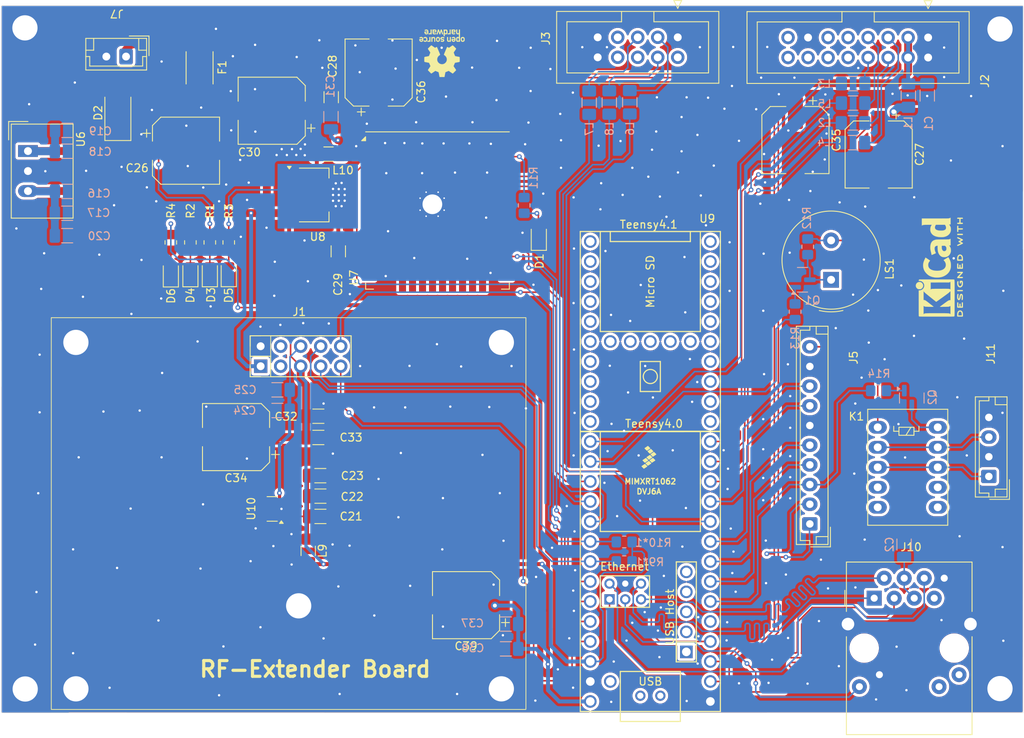
<source format=kicad_pcb>
(kicad_pcb (version 20241229) (generator "pcbnew") (generator_version "9.0")
  (title_block (rev "3.4"))
  (layers (0 "F.Cu" signal) (2 "B.Cu" signal) (13 "F.Paste" user) (15 "B.Paste" user) (5 "F.SilkS" user "F.Silkscreen") (7 "B.SilkS" user "B.Silkscreen") (1 "F.Mask" user) (3 "B.Mask" user) (25 "Edge.Cuts" user))
  (net 0 "")
  (net 1 "CS0")
  (net 2 "+3.3V")
  (net 3 "INP_SEL")
  (net 4 "UI05")
  (net 5 "+5V")
  (net 6 "UI06")
  (net 7 "SWR-Alarm")
  (net 8 "UI03")
  (net 9 "UI04")
  (net 10 "2,6V REF")
  (net 11 "+12V")
  (net 15 "GNDD")
  (net 16 "TXD1")
  (net 17 "RXD1")
  (net 30 "Net-(U8-VO)")
  (net 31 "Net-(U7-VDD)")
  (net 34 "Net-(D1-A)")
  (net 48 "Net-(U10-Vin)")
  (net 51 "Net-(J7-Pin_1)")
  (net 61 "Net-(J10-RD-)")
  (net 69 "Net-(J10-RD+)")
  (net 76 "Net-(J10-TD-)")
  (net 77 "Net-(J10-TD+)")
  (net 81 "Piezo Alarm")
  (net 86 "Net-(U9-LED)")
  (net 90 "SCL0")
  (net 91 "SDA0")
  (net 92 "RA8875-5")
  (net 93 "RA8875-33")
  (net 94 "RA8875-7")
  (net 95 "RA8875-6")
  (net 96 "RA8875-34")
  (net 97 "RA8875-8")
  (net 98 "RA8875-35")
  (net 99 "Net-(J11-Pin_1)")
  (net 101 "Net-(Q2-C)")
  (net 103 "Net-(J11-Pin_3)")
  (net 104 "Net-(Q1-C)")
  (net 105 "Net-(Q1-B)")
  (net 106 "Net-(Q2-B)")
  (net 107 "Net-(U7-IO23)")
  (net 108 "IO0")
  (net 109 "ESP_EN")
  (net 110 "ESP_RXD5")
  (net 111 "ESP_TXD5")
  (net 112 "ESP_TXD1")
  (net 113 "ESP_RXD1")
  (net 114 "INP_SEL2")
  (net 115 "CS1")
  (net 116 "Net-(J2-Pin_3)")
  (net 121 "Net-(J2-Pin_6)")
  (net 123 "Net-(J2-Pin_5)")
  (net 125 "Net-(J2-Pin_7)")
  (net 126 "Net-(J2-Pin_8)")
  (net 128 "Net-(J3-Pin_5)")
  (net 129 "Net-(J3-Pin_3)")
  (net 130 "Net-(J3-Pin_4)")
  (net 131 "Net-(D2-A)")
  (net 132 "Net-(D3-A)")
  (net 133 "Net-(D4-A)")
  (net 134 "Net-(D5-A)")
  (net 135 "Net-(D6-A)")
  (net 136 "Net-(J10-RCT)")
  (footprint "Capacitor_SMD:CP_Elec_8x11.9" (layer "F.Cu") (at 130.85 57 90)
    (property "Reference" "C36")
    (property "Value" "100uF")
  )
  (footprint "Diode_SMD:D_SMA" (layer "F.Cu") (at 97.75 62.125 90)
    (property "Reference" "D2")
    (property "Value" "US2BA")
  )
  (footprint "Capacitor_SMD:CP_Elec_8x11.9" (layer "F.Cu") (at 183.75 65.575 -90)
    (property "Reference" "C35")
    (property "Value" "100uF")
  )
  (footprint "Symbol:KiCad-Logo2_5mm_SilkScreen" (layer "F.Cu") (at 202.01 81.72 90)
    (property "Reference" "REF**" (hide yes))
    (property "Value" "KiCad-Logo2_5mm_SilkScreen" (hide yes))
  )
  (footprint "Resistor_SMD:R_0805_2012Metric_Pad1.20x1.40mm_HandSolder" (layer "F.Cu") (at 104.475 78.575 90)
    (property "Reference" "R4")
    (property "Value" "1k")
  )
  (footprint "Capacitor_SMD:C_1206_3216Metric_Pad1.33x1.80mm_HandSolder" (layer "F.Cu") (at 123.2 100.65 180)
    (property "Reference" "C32")
    (property "Value" "10n")
  )
  (footprint "Inductor_SMD:L_1206_3216Metric_Pad1.42x1.75mm_HandSolder" (layer "F.Cu") (at 124.49 67.36 180)
    (property "Reference" "L10")
    (property "Value" "4u7")
  )
  (footprint "RF_Module:ESP32-WROOM-32" (layer "F.Cu") (at 138.32 74.63)
    (property "Reference" "U7")
    (property "Value" "ESP32-WROOM-32U")
  )
  (footprint "Capacitor_SMD:CP_Elec_8x11.9" (layer "F.Cu") (at 106.4 66.925)
    (property "Reference" "C26")
    (property "Value" "100uF")
  )
  (footprint "Connector_IDC:IDC-Header_2x08_P2.54mm_Vertical" (layer "F.Cu") (at 200.595 52.55 -90)
    (property "Reference" "J2")
    (property "Value" "Conn_02x08_Odd_Even" (hide yes))
  )
  (footprint "Capacitor_SMD:C_1206_3216Metric_Pad1.33x1.80mm_HandSolder" (layer "F.Cu") (at 123.4625 110.8 180)
    (property "Reference" "C22")
    (property "Value" "10n")
  )
  (footprint "Capacitor_SMD:CP_Elec_8x11.9" (layer "F.Cu") (at 112.75 103.3 180)
    (property "Reference" "C34")
    (property "Value" "100uF")
  )
  (footprint "LED_SMD:LED_0805_2012Metric" (layer "F.Cu") (at 109.425 82.525 90)
    (property "Reference" "D3")
    (property "Value" "+12V")
  )
  (footprint "Converter_DCDC:Converter_DCDC_TRACO_TSR-1_THT" (layer "F.Cu") (at 86.34 66.97 -90)
    (property "Reference" "U6")
    (property "Value" "TSR_1-24150")
  )
  (footprint "Connector_RJ:RJ45_Amphenol_RJMG1BD3B8K1ANR" (layer "F.Cu") (at 193.75 123.76)
    (property "Reference" "J10")
    (property "Value" "RJ45_Amphenol_RJMG1BD3B8K1ANR")
  )
  (footprint "Connector_JST:JST_EH_B2B-EH-A_1x02_P2.50mm_Vertical" (layer "F.Cu") (at 98.79 54.97 180)
    (property "Reference" "J7")
    (property "Value" "POWER CON")
  )
  (footprint "Capacitor_SMD:C_1206_3216Metric_Pad1.33x1.80mm_HandSolder" (layer "F.Cu") (at 123.45 108.2 180)
    (property "Reference" "C23")
    (property "Value" "1n")
  )
  (footprint "Buzzer_Beeper:Buzzer_TDK_PS1240P02BT_D12.2mm_H6.5mm" (layer "F.Cu") (at 188.28 83.320784 90)
    (property "Reference" "LS1")
    (property "Value" "Speaker_Crystal" (hide yes))
  )
  (footprint "Connector_IDC:IDC-Header_2x05_P2.54mm_Vertical" (layer "F.Cu") (at 168.815 52.525 -90)
    (property "Reference" "J3")
    (property "Value" "Conn_02x05_Odd_Even" (hide yes))
  )
  (footprint "Capacitor_SMD:C_1206_3216Metric_Pad1.33x1.80mm_HandSolder" (layer "F.Cu") (at 123.4625 113.375 180)
    (property "Reference" "C21")
    (property "Value" "10µF")
  )
  (footprint "Capacitor_SMD:C_1206_3216Metric_Pad1.33x1.80mm_HandSolder" (layer "F.Cu") (at 125.73 79.71 90)
    (property "Reference" "C29")
    (property "Value" "1n")
  )
  (footprint "Capacitor_SMD:CP_Elec_8x11.9" (layer "F.Cu") (at 194.32 67.41 -90)
    (property "Reference" "C27")
    (property "Value" "100uF")
  )
  (footprint "Resistor_SMD:R_0805_2012Metric_Pad1.20x1.40mm_HandSolder" (layer "F.Cu") (at 106.958332 78.575 90)
    (property "Reference" "R2")
    (property "Value" "1k")
  )
  (footprint "Symbol:OSHW-Logo_5.7x6mm_SilkScreen" (layer "F.Cu") (at 138.9 54.55 180)
    (property "Reference" "REF**" (hide yes))
    (property "Value" "OSHW-Logo_5.7x6mm_SilkScreen" (hide yes))
  )
  (footprint "LED_SMD:LED_0805_2012Metric" (layer "F.Cu") (at 104.475 82.55 90)
    (property "Reference" "D6")
    (property "Value" "+3V3")
  )
  (footprint "Relay_THT:Relay_DPDT_FRT5" (layer "F.Cu") (at 194.195 102.055)
    (property "Reference" "K1")
    (property "Value" "FRT5")
  )
  (footprint "Connector_JST:JST_EH_B10B-EH-A_1x10_P2.50mm_Vertical" (layer "F.Cu") (at 185.58 114.33 90)
    (property "Reference" "J5")
    (property "Value" "USER IO")
  )
  (footprint "Capacitor_SMD:CP_Elec_8x11.9" (layer "F.Cu") (at 117.28 61.85 180)
    (property "Reference" "C30")
    (property "Value" "100uF")
  )
  (footprint "LED_SMD:LED_0805_2012Metric" (layer "F.Cu") (at 151.18 77.9 90)
    (property "Reference" "D1")
    (property "Value" "Wifi_EN")
  )
  (footprint "LED_SMD:LED_0805_2012Metric" (layer "F.Cu") (at 111.825 82.5125 90)
    (property "Reference" "D5")
    (property "Value" "3V3_ESP")
  )
  (footprint "Fuse:Fuse_2512_6332Metric_Pad1.52x3.35mm_HandSolder" (layer "F.Cu") (at 108.125 56.4 -90)
    (property "Reference" "F1")
    (property "Value" "Polyfuse")
  )
  (footprint "Resistor_SMD:R_0805_2012Metric_Pad1.20x1.40mm_HandSolder" (layer "F.Cu") (at 109.425 78.575 90)
    (property "Reference" "R1")
    (property "Value" "2k2")
  )
  (footprint "Connector_JST:JST_EH_B4B-EH-A_1x04_P2.50mm_Vertical" (layer "F.Cu") (at 208.3 108.3 90)
    (property "Reference" "J11")
    (property "Value" "PTT IN/OUT")
  )
  (footprint "Capacitor_SMD:CP_Elec_8x11.9" (layer "F.Cu") (at 141.9425 124.65 180)
    (property "Reference" "C39")
    (property "Value" "100uF")
  )
  (footprint "Capacitor_SMD:C_1206_3216Metric_Pad1.33x1.80mm_HandSolder" (layer "F.Cu") (at 123.2 103.35 180)
    (property "Reference" "C33")
    (property "Value" "1n")
  )
  (footprint "Capacitor_SMD:C_1206_3216Metric_Pad1.33x1.80mm_HandSolder" (layer "F.Cu") (at 124.83 60.13 -90)
    (property "Reference" "C28")
    (property "Value" "10n")
  )
  (footprint "Package_TO_SOT_SMD:SOT-223-3_TabPin2" (layer "F.Cu") (at 122.64 72.55)
    (property "Reference" "U8")
    (property "Value" "AMS1117-3.3")
  )
  (footprint "LED_SMD:LED_0805_2012Metric" (layer "F.Cu") (at 106.958332 82.525 90)
    (property "Reference" "D4")
    (property "Value" "+5V")
  )
  (footprint "Resistor_SMD:R_0805_2012Metric_Pad1.20x1.40mm_HandSolder" (layer "F.Cu") (at 111.825 78.575 90)
    (property "Reference" "R3")
    (property "Value" "1k")
  )
  (footprint "Package_TO_SOT_SMD:SOT-23" (layer "F.Cu") (at 117.3375 112.425 180)
    (property "Reference" "U10")
    (property "Value" "ISL60002DIH326Z")
  )
  (footprint "teensy.pretty-master:Teensy41" (layer "F.Cu") (at 165.335 107.67 90)
    (property "Reference" "U9")
    (property "Value" "Teensy4.1")
  )
  (footprint "Inductor_SMD:L_1206_3216Metric_Pad1.42x1.75mm_HandSolder" (layer "F.Cu") (at 121.9125 117.75 -90)
    (property "Reference" "L9")
    (property "Value" "4u7")
  )
  (footprint "Connector_PinHeader_2.54mm:PinHeader_2x05_P2.54mm_Vertical" (layer "F.Cu") (at 115.875 94.3 90)
    (property "Reference" "J1")
    (property "Value" "Extender Board")
  )
  (footprint "Capacitor_SMD:C_1206_3216Metric_Pad1.33x1.80mm_HandSolder" (layer "B.Cu") (at 147 130.2)
    (property "Reference" "C38")
    (property "Value" "1n")
  )
  (footprint "Inductor_SMD:L_1206_3216Metric_Pad1.42x1.75mm_HandSolder" (layer "B.Cu") (at 160.125 60.8 -90)
    (property "Reference" "L8")
    (property "Value" "220n")
  )
  (footprint "Resistor_SMD:R_0805_2012Metric_Pad1.20x1.40mm_HandSolder" (layer "B.Cu") (at 162.02 116.62 180)
    (property "Reference" "R10*1")
    (property "Value" "2k2")
  )
  (footprint "Inductor_SMD:L_1206_3216Metric_Pad1.42x1.75mm_HandSolder" (layer "B.Cu") (at 191.0625 63.4 180)
    (property "Reference" "L2")
    (property "Value" "220n")
  )
  (footprint "Resistor_SMD:R_0805_2012Metric_Pad1.20x1.40mm_HandSolder" (layer "B.Cu") (at 185.31 79.13 90)
    (property "Reference" "R12")
    (property "Value" "1k")
  )
  (footprint "Capacitor_SMD:C_1206_3216Metric_Pad1.33x1.80mm_HandSolder" (layer "B.Cu") (at 197.54 116.95 -90)
    (property "Reference" "C2")
    (property "Value" "1n")
  )
  (footprint "Inductor_SMD:L_1206_3216Metric_Pad1.42x1.75mm_HandSolder" (layer "B.Cu") (at 162.725 60.775 -90)
    (property "Reference" "L6")
    (property "Value" "220n")
  )
  (footprint "Package_TO_SOT_SMD:SOT-23" (layer "B.Cu") (at 184.6475 83.32)
    (property "Reference" "Q1")
    (property "Value" "MMBT3904")
  )
  (footprint "Capacitor_SMD:C_1206_3216Metric_Pad1.33x1.80mm_HandSolder" (layer "B.Cu") (at 91.34 64.345 180)
    (property "Reference" "C19")
    (property "Value" "1n")
  )
  (footprint "Capacitor_SMD:C_1206_3216Metric_Pad1.33x1.80mm_HandSolder" (layer "B.Cu") (at 124.8 62.65 -90)
    (property "Reference" "C31")
    (property "Value" "10n")
  )
  (footprint "Capacitor_SMD:C_1206_3216Metric_Pad1.33x1.80mm_HandSolder" (layer "B.Cu") (at 118 97.3)
    (property "Reference" "C25")
    (property "Value" "1n")
  )
  (footprint "Resistor_SMD:R_0805_2012Metric_Pad1.20x1.40mm_HandSolder" (layer "B.Cu") (at 149.32 73.87 90)
    (property "Reference" "R11")
    (property "Value" "1k")
  )
  (footprint "Capacitor_SMD:C_1206_3216Metric_Pad1.33x1.80mm_HandSolder" (layer "B.Cu") (at 118 99.925)
    (property "Reference" "C24")
    (property "Value" "10n")
  )
  (footprint "Inductor_SMD:L_1206_3216Metric_Pad1.42x1.75mm_HandSolder" (layer "B.Cu") (at 198.085 59.925 -90)
    (property "Reference" "L1")
    (property "Value" "4u7")
  )
  (footprint "Capacitor_SMD:C_1206_3216Metric_Pad1.33x1.80mm_HandSolder" (layer "B.Cu") (at 91.315 77.72 180)
    (property "Reference" "C20")
    (property "Value" "10µF")
  )
  (footprint "Inductor_SMD:L_1206_3216Metric_Pad1.42x1.75mm_HandSolder" (layer "B.Cu") (at 191.075 60.875 180)
    (property "Reference" "L5")
    (property "Value" "220n")
  )
  (footprint "Inductor_SMD:L_1206_3216Metric_Pad1.42x1.75mm_HandSolder" (layer "B.Cu") (at 157.575 60.825 -90)
    (property "Reference" "L7")
    (property "Value" "220n")
  )
  (footprint "Inductor_SMD:L_1206_3216Metric_Pad1.42x1.75mm_HandSolder" (layer "B.Cu") (at 191.0625 65.9 180)
    (property "Reference" "L4")
    (property "Value" "220n")
  )
  (footprint "Capacitor_SMD:C_1206_3216Metric_Pad1.33x1.80mm_HandSolder" (layer "B.Cu") (at 91.3275 72.095 180)
    (property "Reference" "C16")
    (property "Value" "1n")
  )
  (footprint "Package_TO_SOT_SMD:SOT-23" (layer "B.Cu") (at 198.52 98.3375 -90)
    (property "Reference" "Q2")
    (property "Value" "MMBT3904")
  )
  (footprint "Resistor_SMD:R_0805_2012Metric_Pad1.20x1.40mm_HandSolder" (layer "B.Cu") (at 194.3 97.41)
    (property "Reference" "R14")
    (property "Value" "4k7")
  )
  (footprint "Resistor_SMD:R_0805_2012Metric_Pad1.20x1.40mm_HandSolder" (layer "B.Cu") (at 183.71 87.38 90)
    (property "Reference" "R13")
    (property "Value" "10k")
  )
  (footprint "Capacitor_SMD:C_1206_3216Metric_Pad1.33x1.80mm_HandSolder" (layer "B.Cu") (at 200.485 59.925 90)
    (property "Reference" "C1")
    (property "Value" "100n")
  )
  (footprint "Capacitor_SMD:C_1206_3216Metric_Pad1.33x1.80mm_HandSolder" (layer "B.Cu") (at 91.315 74.87 180)
    (property "Reference" "C17")
    (property "Value" "10n")
  )
  (footprint "Inductor_SMD:L_1206_3216Metric_Pad1.42x1.75mm_HandSolder" (layer "B.Cu") (at 191.075 58.4 180)
    (property "Reference" "L3")
    (property "Value" "220n")
  )
  (footprint "Resistor_SMD:R_0805_2012Metric_Pad1.20x1.40mm_HandSolder" (layer "B.Cu") (at 162.02 119.12 180)
    (property "Reference" "R9*1")
    (property "Value" "2k2")
  )
  (footprint "Capacitor_SMD:C_1206_3216Metric_Pad1.33x1.80mm_HandSolder" (layer "B.Cu") (at 91.315 66.995 180)
    (property "Reference" "C18")
    (property "Value" "10n")
  )
  (footprint "Capacitor_SMD:C_1206_3216Metric_Pad1.33x1.80mm_HandSolder" (layer "B.Cu") (at 147 127.05)
    (property "Reference" "C37")
    (property "Value" "10n")
  )
  (gr_rect (start 118.12 68.7) (end 128.12 76.72) (stroke (width 0.2)) (fill yes) (layer "B.Cu") (net 30))
  (gr_rect (start 89.3 88.13) (end 149.54 137.89) (stroke (width 0.1)) (fill no) (layer "F.SilkS"))
  (gr_line (start 174.19 102.58) (end 156.5 102.59) (stroke (width 0.2)) (layer "F.SilkS"))
  (gr_line (start 117.15 90.45) (end 117.175 90.45) (stroke (width 0.1)) (layer "F.SilkS"))
  (gr_line (start 114.55 93.05) (end 117.15 93.05) (stroke (width 0.1)) (layer "F.SilkS"))
  (gr_line (start 114.55 90.45) (end 115.875 90.45) (stroke (width 0.1)) (layer "F.SilkS"))
  (gr_line (start 114.55 95.65) (end 114.55 93.05) (stroke (width 0.1)) (layer "F.SilkS"))
  (gr_line (start 117.15 93.05) (end 117.15 90.45) (stroke (width 0.1)) (layer "F.SilkS"))
  (gr_line (start 127.35 90.45) (end 127.35 95.65) (stroke (width 0.1)) (layer "F.SilkS"))
  (gr_line (start 127.35 95.65) (end 114.55 95.65) (stroke (width 0.1)) (layer "F.SilkS"))
  (gr_line (start 114.55 91.775) (end 114.55 90.45) (stroke (width 0.1)) (layer "F.SilkS"))
  (gr_line (start 117.175 90.45) (end 127.35 90.45) (stroke (width 0.1)) (layer "F.SilkS"))
  (gr_rect (start 82.99 48.52) (end 212.64 138.295) (stroke (width 0.05)) (fill no) (layer "Edge.Cuts"))
  (gr_text "DJ1YR" (at 212.365 79.445 90) (layer "F.Cu") (effects (font (size 1.5 1.5) (thickness 0.3) (bold yes)) (justify left bottom)))
  (gr_text "REV 3.4" (at 83.165 88.645 270) (layer "F.Cu") (effects (font (size 1.3 1.3) (thickness 0.3) (bold yes)) (justify left bottom)))
  (gr_text "Teensy4.0" (at 165.8 101.6 0) (layer "F.SilkS") (effects (font (size 1 1))))
  (gr_text "RF-Extender Board" (at 107.91 133.95 0) (layer "F.SilkS") (effects (font (size 2 2) (thickness 0.4) (bold yes)) (justify left bottom)))
  (segment (start 121.6375 96.6875) (end 120.955 96.005) (width 1) (layer "F.Cu") (net 2))
  (segment (start 104.475 77.575) (end 104.475 76.2) (width 0.2) (layer "F.Cu") (net 2))
  (segment (start 121.6375 103.35) (end 121.6375 100.65) (width 1) (layer "F.Cu") (net 2))
  (segment (start 116.225 103.3) (end 121.5875 103.3) (width 1) (layer "F.Cu") (net 2))
  (segment (start 120.955 94.3) (end 119.675 93.02) (width 0.2) (layer "F.Cu") (net 2))
  (segment (start 151.5975 119.4325) (end 123.85 119.4325) (width 0.5) (layer "F.Cu") (net 2))
  (segment (start 121.6375 100.65) (end 121.6375 96.6875) (width 1) (layer "F.Cu") (net 2))
  (segment (start 118.475 86.85) (end 112.975 86.85) (width 0.2) (layer "F.Cu") (net 2))
  (segment (start 123.85 119.4325) (end 122.1075 119.4325) (width 0.5) (layer "F.Cu") (net 2))
  (segment (start 119.675 88.05) (end 118.475 86.85) (width 0.2) (layer "F.Cu") (net 2))
  (segment (start 122.1075 119.4325) (end 121.9125 119.2375) (width 0.5) (layer "F.Cu") (net 2))
  (segment (start 120.955 96.005) (end 120.955 94.3) (width 1) (layer "F.Cu") (net 2))
  (segment (start 121.5875 103.3) (end 121.6375 103.35) (width 1) (layer "F.Cu") (net 2))
  (segment (start 119.675 93.02) (end 119.675 88.05) (width 0.2) (layer "F.Cu") (net 2))
  (via (at 151.5975 119.4325) (size 0.6) (drill 0.3) (layers "F.Cu" "B.Cu") (net 2))
  (via (at 104.475 76.2) (size 0.6) (drill 0.3) (layers "F.Cu" "B.Cu") (net 2))
  (via (at 112.975 86.85) (size 0.6) (drill 0.3) (layers "F.Cu" "B.Cu") (net 2))
  (via (at 123.85 119.4325) (size 0.6) (drill 0.3) (layers "F.Cu" "B.Cu") (net 2))
  (segment (start 152.695 120.53) (end 152.695 127.675) (width 0.5) (layer "B.Cu") (net 2))
  (segment (start 159.315 125.42) (end 158.99 125.095) (width 0.2) (layer "B.Cu") (net 2))
  (segment (start 112.975 82.15) (end 111.55 80.725) (width 0.2) (layer "B.Cu") (net 2))
  (segment (start 120.955 94.3) (end 120.955 95.63) (width 0.4) (layer "B.Cu") (net 2))
  (segment (start 159.465 120.495) (end 164.19 120.495) (width 0.2) (layer "B.Cu") (net 2))
  (segment (start 152.695 129.775) (end 152.695 127.675) (width 0.5) (layer "B.Cu") (net 2))
  (segment (start 105.475 80.725) (end 104.475 79.725) (width 0.2) (layer "B.Cu") (net 2))
  (segment (start 154.72 131.8) (end 152.695 129.775) (width 0.5) (layer "B.Cu") (net 2))
  (segment (start 164.24 117.82) (end 163.065 117.82) (width 0.2) (layer "B.Cu") (net 2))
  (segment (start 120.955 95.63) (end 121.625 96.3) (width 0.4) (layer "B.Cu") (net 2))
  (segment (start 158.81 131.8) (end 159.315 131.295) (width 0.2) (layer "B.Cu") (net 2))
  (segment (start 157.715 131.8) (end 158.81 131.8) (width 0.2) (layer "B.Cu") (net 2))
  (segment (start 158.99 125.095) (end 158.99 120.97) (width 0.2) (layer "B.Cu") (net 2))
  (segment (start 163.04 119.07) (end 163.015 119.095) (width 0.2) (layer "B.Cu") (net 2))
  (segment (start 164.565 120.12) (end 164.565 118.145) (width 0.2) (layer "B.Cu") (net 2))
  (segment (start 121.625 117.175) (end 123.9 119.45) (width 0.4) (layer "B.Cu") (net 2))
  (segment (start 164.19 120.495) (end 164.565 120.12) (width 0.2) (layer "B.Cu") (net 2))
  (segment (start 104.475 79.725) (end 104.475 76.2) (width 0.2) (layer "B.Cu") (net 2))
  (segment (start 159.315 131.295) (end 159.315 125.42) (width 0.2) (layer "B.Cu") (net 2))
  (segment (start 121.625 96.3) (end 121.625 117.175) (width 0.4) (layer "B.Cu") (net 2))
  (segment (start 158.99 120.97) (end 159.465 120.495) (width 0.2) (layer "B.Cu") (net 2))
  (segment (start 163.04 116.57) (end 163.04 117.77) (width 0.2) (layer "B.Cu") (net 2))
  (segment (start 164.565 118.145) (end 164.24 117.82) (width 0.2) (layer "B.Cu") (net 2))
  (segment (start 151.5975 119.4325) (end 152.695 120.53) (width 0.5) (layer "B.Cu") (net 2))
  (segment (start 157.715 131.8) (end 154.72 131.8) (width 0.5) (layer "B.Cu") (net 2))
  (segment (start 163.04 117.77) (end 163.04 119.07) (width 0.2) (layer "B.Cu") (net 2))
  (segment (start 112.975 86.85) (end 112.975 82.15) (width 0.2) (layer "B.Cu") (net 2))
  (segment (start 111.55 80.725) (end 105.475 80.725) (width 0.2) (layer "B.Cu") (net 2))
  (segment (start 154.605 108.93) (end 153.35 107.675) (width 0.2) (layer "F.Cu") (net 3))
  (segment (start 151.5 84.9) (end 148.85 84.9) (width 0.2) (layer "F.Cu") (net 3))
  (segment (start 153.35 107.675) (end 153.35 86.75) (width 0.2) (layer "F.Cu") (net 3))
  (segment (start 157.695 108.93) (end 154.605 108.93) (width 0.2) (layer "F.Cu") (net 3))
  (segment (start 153.35 86.75) (end 151.5 84.9) (width 0.2) (layer "F.Cu") (net 3))
  (via (at 148.85 84.9) (size 0.6) (drill 0.3) (layers "F.Cu" "B.Cu") (net 3))
  (segment (start 126.025 91.75) (end 126.035 91.76) (width 0.2) (layer "B.Cu") (net 3))
  (segment (start 148.85 84.9) (end 129.3 84.9) (width 0.2) (layer "B.Cu") (net 3))
  (segment (start 129.3 84.9) (end 126.025 88.175) (width 0.2) (layer "B.Cu") (net 3))
  (segment (start 126.025 88.175) (end 126.025 91.75) (width 0.2) (layer "B.Cu") (net 3))
  (segment (start 182.665 99.345) (end 185.54 99.345) (width 0.2) (layer "B.Cu") (net 4))
  (segment (start 176.36 116.55) (end 177.59 115.32) (width 0.2) (layer "B.Cu") (net 4))
  (segment (start 177.59 115.32) (end 177.59 104.42) (width 0.2) (layer "B.Cu") (net 4))
  (segment (start 172.935 116.55) (end 176.36 116.55) (width 0.2) (layer "B.Cu") (net 4))
  (segment (start 177.59 104.42) (end 182.665 99.345) (width 0.2) (layer "B.Cu") (net 4))
  (segment (start 185.58 91.83) (end 188.7 91.83) (width 0.2) (layer "F.Cu") (net 5))
  (segment (start 196.225 61.975) (end 196.225 63.175) (width 1) (layer "F.Cu") (net 5))
  (segment (start 194.135 93.33) (end 194.195 93.39) (width 0.2) (layer "F.Cu") (net 5))
  (segment (start 151.38 118.154339) (end 151.38 87.71) (width 0.5) (layer "F.Cu") (net 5))
  (segment (start 196.225 61.975) (end 196.24 61.99) (width 1) (layer "F.Cu") (net 5))
  (segment (start 116.66 74.85) (end 106.975 74.85) (width 1) (layer "F.Cu") (net 5))
  (segment (start 150.22 86.55) (end 122.379339 86.55) (width 0.5) (layer "F.Cu") (net 5))
  (segment (start 152.35 125.33) (end 152.3475 125.3275) (width 0.5) (layer "F.Cu") (net 5))
  (segment (start 188.28 78.320784) (end 191.270784 78.320784) (width 0.2) (layer "F.Cu") (net 5))
  (segment (start 205.03 58.41) (end 205.03 52.13) (width 1) (layer "F.Cu") (net 5))
  (segment (start 191.28 78.33) (end 191.28 65.55) (width 0.2) (layer "F.Cu") (net 5))
  (segment (start 119.49 74.85) (end 116.66 74.85) (width 1) (layer "F.Cu") (net 5))
  (segment (start 190.2 93.33) (end 194.135 93.33) (width 0.2) (layer "F.Cu") (net 5))
  (segment (start 152.3475 119.121839) (end 151.38 118.154339) (width 0.5) (layer "F.Cu") (net 5))
  (segment (start 194.195 93.39) (end 194.195 86.715) (width 0.2) (layer "F.Cu") (net 5))
  (segment (start 118.94 50.2) (end 117.25 51.89) (width 1) (layer "F.Cu") (net 5))
  (segment (start 191.28 83.8) (end 191.28 78.33) (width 0.2) (layer "F.Cu") (net 5))
  (segment (start 101.585 74.85) (end 98.785 72.05) (width 1) (layer "F.Cu") (net 5))
  (segment (start 192.895 63.935) (end 194.32 63.935) (width 0.2) (layer "F.Cu") (net 5))
  (segment (start 122.379339 86.55) (end 119.49 83.660661) (width 0.5) (layer "F.Cu") (net 5))
  (segment (start 151.38 87.71) (end 150.22 86.55) (width 0.5) (layer "F.Cu") (net 5))
  (segment (start 188.7 91.83) (end 190.2 93.33) (width 0.2) (layer "F.Cu") (net 5))
  (segment (start 203.1 50.2) (end 118.94 50.2) (width 1) (layer "F.Cu") (net 5))
  (segment (start 194.195 86.715) (end 191.28 83.8) (width 0.2) (layer "F.Cu") (net 5))
  (segment (start 201.45 61.99) (end 205.03 58.41) (width 1) (layer "F.Cu") (net 5))
  (segment (start 196.24 61.99) (end 201.45 61.99) (width 1) (layer "F.Cu") (net 5))
  (segment (start 195.465 63.935) (end 194.32 63.935) (width 1) (layer "F.Cu") (net 5))
  (segment (start 196.225 63.175) (end 195.465 63.935) (width 1) (layer "F.Cu") (net 5))
  (segment (start 117.25 64.53) (end 116.66 65.12) (width 1) (layer "F.Cu") (net 5))
  (segment (start 191.270784 78.320784) (end 191.28 78.33) (width 0.2) (layer "F.Cu") (net 5))
  (segment (start 194.195 102.055) (end 194.195 93.39) (width 0.2) (layer "F.Cu") (net 5))
  (segment (start 152.3475 125.3275) (end 152.3475 119.121839) (width 0.5) (layer "F.Cu") (net 5))
  (segment (start 119.49 83.660661) (end 119.49 74.85) (width 0.5) (layer "F.Cu") (net 5))
  (segment (start 106.958332 77.575) (end 106.958332 74.866668) (width 0.2) (layer "F.Cu") (net 5))
  (segment (start 205.03 52.13) (end 203.1 50.2) (width 1) (layer "F.Cu") (net 5))
  (segment (start 86.34 72.05) (end 98.785 72.05) (width 1) (layer "F.Cu") (net 5))
  (segment (start 106.958332 74.866668) (end 106.975 74.85) (width 0.2) (layer "F.Cu") (net 5))
  (segment (start 106.975 74.85) (end 101.585 74.85) (width 1) (layer "F.Cu") (net 5))
  (segment (start 191.28 65.55) (end 192.895 63.935) (width 0.2) (layer "F.Cu") (net 5))
  (segment (start 117.25 51.89) (end 117.25 64.53) (width 1) (layer "F.Cu") (net 5))
  (segment (start 116.66 65.12) (end 116.66 74.85) (width 1) (layer "F.Cu") (net 5))
  (segment (start 152.35 132.15) (end 152.35 125.33) (width 0.5) (layer "F.Cu") (net 5))
  (via (at 152.35 132.15) (size 0.6) (drill 0.3) (layers "F.Cu" "B.Cu") (net 5))
  (via (at 145.6 124.7) (size 1) (drill 0.5) (layers "F.Cu" "B.Cu") (net 5))
  (via (at 196.225 61.975) (size 1) (drill 0.6) (layers "F.Cu" "B.Cu") (net 5))
  (via (at 114.66 74.85) (size 0.6) (drill 0.3) (layers "F.Cu" "B.Cu") (net 5))
  (segment (start 196.7875 61.4125) (end 198.085 61.4125) (width 1) (layer "B.Cu") (net 5))
  (segment (start 152.35 132.15) (end 152.35 135.455) (width 0.5) (layer "B.Cu") (net 5))
  (segment (start 186.49 78.13) (end 185.31 78.13) (width 0.2) (layer "B.Cu") (net 5))
  (segment (start 186.680784 78.320784) (end 186.49 78.13) (width 0.2) (layer "B.Cu") (net 5))
  (segment (start 147.9 124.7) (end 145.6 124.7) (width 0.5) (layer "B.Cu") (net 5))
  (segment (start 152.35 132.15) (end 152.35 131.7) (width 0.5) (layer "B.Cu") (net 5))
  (segment (start 152.35 131.7) (end 150.85 130.2) (width 0.5) (layer "B.Cu") (net 5))
  (segment (start 114.18 94.3) (end 115.875 94.3) (width 0.5) (layer "B.Cu") (net 5))
  (segment (start 188.28 78.320784) (end 186.680784 78.320784) (width 0.2) (layer "B.Cu") (net 5))
  (segment (start 148.5625 130.2) (end 148.5625 127.05) (width 0.5) (layer "B.Cu") (net 5))
  (segment (start 89.765 72.095) (end 86.385 72.095) (width 1) (layer "B.Cu") (net 5))
  (segment (start 148.5625 125.3625) (end 148 124.8) (width 0.5) (layer "B.Cu") (net 5))
  (segment (start 150.85 130.2) (end 148.5625 130.2) (width 0.5) (layer "B.Cu") (net 5))
  (segment (start 152.35 135.455) (end 153.775 136.88) (width 0.5) (layer "B.Cu") (net 5))
  (segment (start 148.5625 127.05) (end 148.5625 125.3625) (width 0.5) (layer "B.Cu") (net 5))
  (segment (start 113.08 93.2) (end 114.18 94.3) (width 0.5) (layer "B.Cu") (net 5))
  (segment (start 89.7525 72.1075) (end 89.765 72.095) (width 1) (layer "B.Cu") (net 5))
  (segment (start 113.08 89.68) (end 113.08 93.2) (width 0.5) (layer "B.Cu") (net 5))
  (segment (start 86.385 72.095) (end 86.34 72.05) (width 1) (layer "B.Cu") (net 5))
  (segment (start 114.66 88.1) (end 113.08 89.68) (width 0.5) (layer "B.Cu") (net 5))
  (segment (start 114.66 74.85) (end 114.66 88.1) (width 0.5) (layer "B.Cu") (net 5))
  (segment (start 196.225 61.975) (end 196.7875 61.4125) (width 1) (layer "B.Cu") (net 5))
  (segment (start 153.775 136.88) (end 157.715 136.88) (width 0.5) (layer "B.Cu") (net 5))
  (segment (start 148 124.8) (end 147.9 124.7) (width 0.5) (layer "B.Cu") (net 5))
  (segment (start 89.7525 74.87) (end 89.7525 77.72) (width 1) (layer "B.Cu") (net 5))
  (segment (start 89.7525 74.87) (end 89.7525 72.1075) (width 1) (layer "B.Cu") (net 5))
  (segment (start 177.14 102.22) (end 182.515 96.845) (width 0.2) (layer "B.Cu") (net 6))
  (segment (start 182.515 96.845) (end 185.54 96.845) (width 0.2) (layer "B.Cu") (net 6))
  (segment (start 177.14 110.045) (end 177.14 102.22) (width 0.2) (layer "B.Cu") (net 6))
  (segment (start 175.705 111.48) (end 177.14 110.045) (width 0.2) (layer "B.Cu") (net 6))
  (segment (start 172.955 111.48) (end 175.705 111.48) (width 0.2) (layer "B.Cu") (net 6))
  (segment (start 187.465 109.345) (end 185.54 109.345) (width 0.2) (layer "B.Cu") (net 7))
  (segment (start 189.06 98.98) (end 189.06 107.75) (width 0.2) (layer "B.Cu") (net 7))
  (segment (start 190.63 97.41) (end 189.06 98.98) (width 0.2) (layer "B.Cu") (net 7))
  (segment (start 178.965 123.195) (end 178.965 113.37) (width 0.2) (layer "B.Cu") (net 7))
  (segment (start 178.965 113.37) (end 182.99 109.345) (width 0.2) (layer "B.Cu") (net 7))
  (segment (start 182.99 109.345) (end 185.54 109.345) (width 0.2) (layer "B.Cu") (net 7))
  (segment (start 172.955 124.18) (end 177.98 124.18) (width 0.2) (layer "B.Cu") (net 7))
  (segment (start 193.3 97.41) (end 190.63 97.41) (width 0.2) (layer "B.Cu") (net 7))
  (segment (start 177.98 124.18) (end 178.965 123.195) (width 0.2) (layer "B.Cu") (net 7))
  (segment (start 189.06 107.75) (end 187.465 109.345) (width 0.2) (layer "B.Cu") (net 7))
  (segment (start 178.465 111.195) (end 182.815 106.845) (width 0.2) (layer "B.Cu") (net 8))
  (segment (start 178.465 120.495) (end 178.465 111.195) (width 0.2) (layer "B.Cu") (net 8))
  (segment (start 177.33 121.63) (end 178.465 120.495) (width 0.2) (layer "B.Cu") (net 8))
  (segment (start 172.935 121.63) (end 177.33 121.63) (width 0.2) (layer "B.Cu") (net 8))
  (segment (start 182.815 106.845) (end 185.54 106.845) (width 0.2) (layer "B.Cu") (net 8))
  (segment (start 178.04 117.895) (end 178.04 108.945) (width 0.2) (layer "B.Cu") (net 9))
  (segment (start 178.04 108.945) (end 182.64 104.345) (width 0.2) (layer "B.Cu") (net 9))
  (segment (start 182.64 104.345) (end 185.54 104.345) (width 0.2) (layer "B.Cu") (net 9))
  (segment (start 172.955 119.1) (end 176.835 119.1) (width 0.2) (layer "B.Cu") (net 9))
  (segment (start 176.835 119.1) (end 178.04 117.895) (width 0.2) (layer "B.Cu") (net 9))
  (segment (start 118.2625 110.4) (end 118.275 110.4125) (width 0.2) (layer "F.Cu") (net 10))
  (segment (start 118.275 111.475) (end 118.275 110.4125) (width 0.4) (layer "F.Cu") (net 10))
  (via (at 118.2625 110.4) (size 0.6) (drill 0.3) (layers "F.Cu" "B.Cu") (net 10))
  (segment (start 119.6 93.115) (end 120.955 91.76) (width 0.2) (layer "B.Cu") (net 10))
  (segment (start 119.6 97.2125) (end 119.6 93.115) (width 0.2) (layer "B.Cu") (net 10))
  (segment (start 118.2625 104.2625) (end 119.55 102.975) (width 0.4) (layer "B.Cu") (net 10))
  (segment (start 119.5125 97.3) (end 119.6 97.2125) (width 0.2) (layer "B.Cu") (net 10))
  (segment (start 118.2625 110.4) (end 118.2625 104.2625) (width 0.4) (layer "B.Cu") (net 10))
  (segment (start 119.55 102.975) (end 119.55 99.9375) (width 0.4) (layer "B.Cu") (net 10))
  (segment (start 119.55 99.9375) (end 119.5625 99.925) (width 0.2) (layer "B.Cu") (net 10))
  (segment (start 119.5125 99.925) (end 119.5125 97.3) (width 0.5) (layer "B.Cu") (net 10))
  (segment (start 102.925 66.925) (end 102.925 68.675) (width 0.2) (layer "F.Cu") (net 11))
  (segment (start 109.425 77.575) (end 109.425 76.2) (width 0.2) (layer "F.Cu") (net 11))
  (segment (start 96.365 66.9575) (end 97.925 66.9575) (width 1) (layer "F.Cu") (net 11))
  (segment (start 86.34 66.97) (end 96.3525 66.97) (width 1) (layer "F.Cu") (net 11))
  (segment (start 97.75 66.7825) (end 97.925 66.9575) (width 1) (layer "F.Cu") (net 11))
  (segment (start 96.3525 66.97) (end 96.365 66.9575) (width 1) (layer "F.Cu") (net 11))
  (segment (start 97.925 66.9575) (end 103.1325 66.9575) (width 1) (layer "F.Cu") (net 11))
  (segment (start 97.75 64.125) (end 97.75 66.7825) (width 1) (layer "F.Cu") (net 11))
  (via (at 102.925 68.675) (size 0.6) (drill 0.3) (layers "F.Cu" "B.Cu") (net 11))
  (via (at 109.425 76.2) (size 0.6) (drill 0.3) (layers "F.Cu" "B.Cu") (net 11))
  (segment (start 102.925 71.875) (end 102.925 68.675) (width 0.2) (layer "B.Cu") (net 11))
  (segment (start 89.7775 64.345) (end 89.7775 66.97) (width 1) (layer "B.Cu") (net 11))
  (segment (start 103.95 72.9) (end 102.925 71.875) (width 0.2) (layer "B.Cu") (net 11))
  (segment (start 108.5 72.9) (end 103.95 72.9) (width 0.2) (layer "B.Cu") (net 11))
  (segment (start 109.425 76.2) (end 109.425 73.825) (width 0.2) (layer "B.Cu") (net 11))
  (segment (start 86.365 66.995) (end 86.34 66.97) (width 1) (layer "B.Cu") (net 11))
  (segment (start 89.7525 66.995) (end 86.365 66.995) (width 1) (layer "B.Cu") (net 11))
  (segment (start 109.425 73.825) (end 108.5 72.9) (width 0.2) (layer "B.Cu") (net 11))
  (segment (start 89.7775 66.97) (end 89.7525 66.995) (width 1) (layer "B.Cu") (net 11))
  (via (at 202.29 126.545) (size 0.6) (drill 0.3) (layers "F.Cu" "B.Cu") (net 15))
  (via (at 160.37 136.93) (size 0.6) (drill 0.3) (layers "F.Cu" "B.Cu") (net 15))
  (via (at 134.12 65.955) (size 0.6) (drill 0.3) (layers "F.Cu" "B.Cu") (net 15))
  (via (at 171.34 132.07) (size 0.6) (drill 0.3) (layers "F.Cu" "B.Cu") (net 15))
  (via (at 174.64 104.97) (size 0.6) (drill 0.3) (layers "F.Cu" "B.Cu") (net 15))
  (via (at 182.795 94.055) (size 0.6) (drill 0.3) (layers "F.Cu" "B.Cu") (net 15))
  (via (at 87.82 100.155) (size 0.6) (drill 0.3) (layers "F.Cu" "B.Cu") (net 15))
  (via (at 162.51 97.63) (size 0.6) (drill 0.3) (layers "F.Cu" "B.Cu") (net 15))
  (via (at 174.74 61.595) (size 0.6) (drill 0.3) (layers "F.Cu" "B.Cu") (net 15))
  (via (at 196.075 59.7) (size 0.6) (drill 0.3) (layers "F.Cu" "B.Cu") (net 15))
  (via (at 146.425 91.275) (size 5) (drill 3.2) (layers "F.Cu" "B.Cu") (net 15))
  (via (at 139.945 99.43) (size 0.6) (drill 0.3) (layers "F.Cu" "B.Cu") (net 15))
  (via (at 135.7 55.4) (size 0.6) (drill 0.3) (layers "F.Cu" "B.Cu") (net 15))
  (via (at 180.79 131.57) (size 0.6) (drill 0.3) (layers "F.Cu" "B.Cu") (net 15))
  (via (at 192.44 80.76) (size 0.6) (drill 0.3) (layers "F.Cu" "B.Cu") (net 15))
  (via (at 97.65 119.92) (size 0.6) (drill 0.3) (layers "F.Cu" "B.Cu") (net 15))
  (via (at 192.15 95.75) (size 0.6) (drill 0.3) (layers "F.Cu" "B.Cu") (net 15))
  (via (at 170.64 98.82) (size 0.6) (drill 0.3) (layers "F.Cu" "B.Cu") (net 15))
  (via (at 165.55 66.8) (size 0.6) (drill 0.3) (layers "F.Cu" "B.Cu") (net 15))
  (via (at 149.545 99.655) (size 0.6) (drill 0.3) (layers "F.Cu" "B.Cu") (net 15))
  (via (at 168.84 69.69) (size 0.6) (drill 0.3) (layers "F.Cu" "B.Cu") (net 15))
  (via (at 139.01 111.05) (size 0.6) (drill 0.3) (layers "F.Cu" "B.Cu") (net 15))
  (via (at 149.865 63.355) (size 0.6) (drill 0.3) (layers "F.Cu" "B.Cu") (net 15))
  (via (at 120.95 66.7) (size 0.6) (drill 0.3) (layers "F.Cu" "B.Cu") (net 15))
  (via (at 180.02 121.85) (size 0.6) (drill 0.3) (layers "F.Cu" "B.Cu") (net 15))
  (via (at 161.82 72.54) (size 0.6) (drill 0.3) (layers "F.Cu" "B.Cu") (net 15))
  (via (at 168.22 128.41) (size 0.6) (drill 0.3) (layers "F.Cu" "B.Cu") (net 15))
  (via (at 110.6 136.09) (size 0.6) (drill 0.3) (layers "F.Cu" "B.Cu") (net 15))
  (via (at 210.04 66.345) (size 0.6) (drill 0.3) (layers "F.Cu" "B.Cu") (net 15))
  (via (at 153.9 62.25) (size 0.6) (drill 0.3) (layers "F.Cu" "B.Cu") (net 15))
  (via (at 172.395 76.405) (size 0.6) (drill 0.3) (layers "F.Cu" "B.Cu") (net 15))
  (via (at 100.75 80.8) (size 0.6) (drill 0.3) (layers "F.Cu" "B.Cu") (net 15))
  (via (at 127.2 85.14) (size 0.6) (drill 0.3) (layers "F.Cu" "B.Cu") (net 15))
  (via (at 200.475 59.975) (size 0.6) (drill 0.3) (layers "F.Cu" "B.Cu") (net 15))
  (via (at 96.7 135.14) (size 0.6) (drill 0.3) (layers "F.Cu" "B.Cu") (net 15))
  (via (at 148.69 56.395) (size 0.6) (drill 0.3) (layers "F.Cu" "B.Cu") (net 15))
  (via (at 176.59 134.57) (size 0.6) (drill 0.3) (layers "F.Cu" "B.Cu") (net 15))
  (via (at 166.49 131.245) (size 0.6) (drill 0.3) (layers "F.Cu" "B.Cu") (net 15))
  (via (at 161.12 113.34) (size 0.6) (drill 0.3) (layers "F.Cu" "B.Cu") (net 15))
  (via (at 176.165 122.945) (size 0.6) (drill 0.3) (layers "F.Cu" "B.Cu") (net 15))
  (via (at 175.015 129.12) (size 0.6) (drill 0.3) (layers "F.Cu" "B.Cu") (net 15))
  (via (at 171.74 72.62) (size 0.6) (drill 0.3) (layers "F.Cu" "B.Cu") (net 15))
  (via (at 92.78 105.87) (size 0.6) (drill 0.3) (layers "F.Cu" "B.Cu") (net 15))
  (via (at 155.72 100.23) (size 0.6) (drill 0.3) (layers "F.Cu" "B.Cu") (net 15))
  (via (at 85.955 51.325) (size 5) (drill 3.2) (layers "F.Cu" "B.Cu") (net 15))
  (via (at 169.85 112.31) (size 0.6) (drill 0.3) (layers "F.Cu" "B.Cu") (net 15))
  (via (at 164.62 125.53) (size 0.6) (drill 0.3) (layers "F.Cu" "B.Cu") (net 15))
  (via (at 129.35 63.5) (size 0.6) (drill 0.3) (layers "F.Cu" "B.Cu") (net 15))
  (via (at 135.37 80.555) (size 0.6) (drill 0.3) (layers "F.Cu" "B.Cu") (net 15))
  (via (at 181.65 59.75) (size 0.6) (drill 0.3) (layers "F.Cu" "B.Cu") (net 15))
  (via (at 130.3 125.96) (size 0.6) (drill 0.3) (layers "F.Cu" "B.Cu") (net 15))
  (via (at 160.19 94.24) (size 0.6) (drill 0.3) (layers "F.Cu" "B.Cu") (net 15))
  (via (at 146.7 116.47) (size 0.6) (drill 0.3) (layers "F.Cu" "B.Cu") (net 15))
  (via (at 118.375 89.05) (size 0.6) (drill 0.3) (layers "F.Cu" "B.Cu") (net 15))
  (via (at 134.77 94.255) (size 0.6) (drill 0.3) (layers "F.Cu" "B.Cu") (net 15))
  (via (at 136.395 66.005) (size 0.6) (drill 0.3) (layers "F.Cu" "B.Cu") (net 15))
  (via (at 99.37 112.38) (size 0.6) (drill 0.3) (layers "F.Cu" "B.Cu") (net 15))
  (via (at 191.725 56.425) (size 0.6) (drill 0.3) (layers "F.Cu" "B.Cu") (net 15))
  (via (at 155.595 86.28) (size 0.6) (drill 0.3) (layers "F.Cu" "B.Cu") (net 15))
  (via (at 209.715 135.245) (size 5) (drill 3.2) (layers "F.Cu" "B.Cu") (net 15))
  (via (at 133 56.5) (size 0.6) (drill 0.3) (layers "F.Cu" "B.Cu") (net 15))
  (via (at 193.99 136.62) (size 0.6) (drill 0.3) (layers "F.Cu" "B.Cu") (net 15))
  (via (at 203.49 68.17) (size 0.6) (drill 0.3) (layers "F.Cu" "B.Cu") (net 15))
  (via (at 139.4 60.05) (size 0.6) (drill 0.3) (layers "F.Cu" "B.Cu") (net 15))
  (via (at 191.35 99.04) (size 0.6) (drill 0.3) (layers "F.Cu" "B.Cu") (net 15))
  (via (at 102.625 73.35) (size 0.6) (drill 0.3) (layers "F.Cu" "B.Cu") (net 15))
  (via (at 112.35 54.925) (size 0.6) (drill 0.3) (layers "F.Cu" "B.Cu") (net 15))
  (via (at 99.47 87.655) (size 0.6) (drill 0.3) (layers "F.Cu" "B.Cu") (net 15))
  (via (at 123.86 99.04) (size 0.6) (drill 0.3) (layers "F.Cu" "B.Cu") (net 15))
  (via (at 87.245 129.655) (size 0.6) (drill 0.3) (layers "F.Cu" "B.Cu") (net 15))
  (via (at 121.475 67.5) (size 0.6) (drill 0.3) (layers "F.Cu" "B.Cu") (net 15))
  (via (at 115.16 59.11) (size 0.6) (drill 0.3) (layers "F.Cu" "B.Cu") (net 15))
  (via (at 160.345 87.78) (size 0.6) (drill 0.3) (layers "F.Cu" "B.Cu") (net 15))
  (via (at 150.5 83.95) (size 0.6) (drill 0.3) (layers "F.Cu" "B.Cu") (net 15))
  (via (at 180.175 53.75) (size 0.6) (drill 0.3) (layers "F.Cu" "B.Cu") (net 15))
  (via (at 169.67 80.43) (size 0.6) (drill 0.3) (layers "F.Cu" "B.Cu") (net 15))
  (via (at 144.03 105.56) (size 0.6) (drill 0.3) (layers "F.Cu" "B.Cu") (net 15))
  (via (at 185.29 134.62) (size 0.6) (drill 0.3) (layers "F.Cu" "B.Cu") (net 15))
  (via (at 175.85 53.75) (size 0.6) (drill 0.3) (layers "F.Cu" "B.Cu") (net 15))
  (via (at 87.42 122.98) (size 0.6) (drill 0.3) (layers "F.Cu" "B.Cu") (net 15))
  (via (at 187.95 62.35) (size 0.6) (drill 0.3) (layers "F.Cu" "B.Cu") (net 15))
  (via (at 112.08 59.36) (size 0.6) (drill 0.3) (layers "F.Cu" "B.Cu") (net 15))
  (via (at 87.645 110.43) (size 0.6) (drill 0.3) (layers "F.Cu" "B.Cu") (net 15))
  (via (at 185.65 72.05) (size 0.6) (drill 0.3) (layers "F.Cu" "B.Cu") (net 15))
  (via (at 108.97 99.43) (size 0.6) (drill 0.3) (layers "F.Cu" "B.Cu") (net 15))
  (via (at 171.44 128.595) (size 0.6) (drill 0.3) (layers "F.Cu" "B.Cu") (net 15))
  (via (at 115.85 89.275) (size 0.6) (drill 0.3) (layers "F.Cu" "B.Cu") (net 15))
  (via (at 204.59 115.895) (size 0.6) (drill 0.3) (layers "F.Cu" "B.Cu") (net 15))
  (via (at 155.595 105.63) (size 0.6) (drill 0.3) (layers "F.Cu" "B.Cu") (net 15))
  (via (at 175.54 114.92) (size 0.6) (drill 0.3) (layers "F.Cu" "B.Cu") (net 15))
  (via (at 142.715 56.37) (size 0.6) (drill 0.3) (layers "F.Cu" "B.Cu") (net 15))
  (via (at 119.805 119.485) (size 0.6) (drill 0.3) (layers "F.Cu" "B.Cu") (net 15))
  (via (at 149.445 66.105) (size 0.6) (drill 0.3) (layers "F.Cu" "B.Cu") (net 15))
  (via (at 186.74 126.67) (size 0.6) (drill 0.3) (layers "F.Cu" "B.Cu") (net 15))
  (via (at 112.14 64.34) (size 0.6) (drill 0.3) (layers "F.Cu" "B.Cu") (net 15))
  (via (at 110.6 73.35) (size 0.6) (drill 0.3) (layers "F.Cu" "B.Cu") (net 15))
  (via (at 144.895 99.48) (size 0.6) (drill 0.3) (layers "F.Cu" "B.Cu") (net 15))
  (via (at 139.01 127.37) (size 0.6) (drill 0.3) (layers "F.Cu" "B.Cu") (net 15))
  (via (at 88.545 69.53) (size 0.6) (drill 0.3) (layers "F.Cu" "B.Cu") (net 15))
  (via (at 179.9 70.95) (size 0.6) (drill 0.3) (layers "F.Cu" "B.Cu") (net 15))
  (via (at 125.04 105.4) (size 0.6) (drill 0.3) (layers "F.Cu" "B.Cu") (net 15))
  (via (at 114.15 73.175) (size 0.6) (drill 0.3) (layers "F.Cu" "B.Cu") (net 15))
  (via (at 140.545 69.705) (size 0.6) (drill 0.3) (layers "F.Cu" "B.Cu") (net 15))
  (via (at 198.83 72.84) (size 0.6) (drill 0.3) (layers "F.Cu" "B.Cu") (net 15))
  (via (at 179.4 57.65) (size 0.6) (drill 0.3) (layers "F.Cu" "B.Cu") (net 15))
  (via (at 106.44 63.75) (size 0.6) (drill 0.3) (layers "F.Cu" "B.Cu") (net 15))
  (via (at 175.14 109.895) (size 0.6) (drill 0.3) (layers "F.Cu" "B.Cu") (net 15))
  (via (at 115.24 114.895) (size 0.6) (drill 0.3) (layers "F.Cu" "B.Cu") (net 15))
  (via (at 171.625 53.775) (size 0.6) (drill 0.3) (layers "F.Cu" "B.Cu") (net 15))
  (via (at 162 102.51) (size 0.6) (drill 0.3) (layers "F.Cu" "B.Cu") (net 15))
  (via (at 179.99 116.445) (size 0.6) (drill 0.3) (layers "F.Cu" "B.Cu") (net 15))
  (via (at 110.2 51.45) (size 0.6) (drill 0.3) (layers "F.Cu" "B.Cu") (net 15))
  (via (at 109.525 86.7) (size 0.6) (drill 0.3) (layers "F.Cu" "B.Cu") (net 15))
  (via (at 163.05 69.1) (size 0.6) (drill 0.3) (layers "F.Cu" "B.Cu") (net 15))
  (via (at 159.51 109.11) (size 0.6) (drill 0.3) (layers "F.Cu" "B.Cu") (net 15))
  (via (at 106.625 68.875) (size 0.6) (drill 0.3) (layers "F.Cu" "B.Cu") (net 15))
  (via (at 153.6 132.8) (size 0.6) (drill 0.3) (layers "F.Cu" "B.Cu") (net 15))
  (via (at 145.81 60.5) (size 0.6) (drill 0.3) (layers "F.Cu" "B.Cu") (net 15))
  (via (at 100.52 99.93) (size 0.6) (drill 0.3) (layers "F.Cu" "B.Cu") (net 15))
  (via (at 159.825 53.775) (size 0.6) (drill 0.3) (layers "F.Cu" "B.Cu") (net 15))
  (via (at 142.37 66.005) (size 0.6) (drill 0.3) (layers "F.Cu" "B.Cu") (net 15))
  (via (at 127.16 117.09) (size 0.6) (drill 0.3) (layers "F.Cu" "B.Cu") (net 15))
  (via (at 144.62 69.705) (size 0.6) (drill 0.3) (layers "F.Cu" "B.Cu") (net 15))
  (via (at 150.83 121.06) (size 0.6) (drill 0.3) (layers "F.Cu" "B.Cu") (net 15))
  (via (at 164.12 83.98) (size 0.6) (drill 0.3) (layers "F.Cu" "B.Cu") (net 15))
  (via (at 205.5 105.63) (size 0.6) (drill 0.3) (layers "F.Cu" "B.Cu") (net 15))
  (via (at 167.05 120.93) (size 0.6) (drill 0.3) (layers "F.Cu" "B.Cu") (net 15))
  (via (at 125.005 116.935) (size 0.6) (drill 0.3) (layers "F.Cu" "B.Cu") (net 15))
  (via (at 118.55 66.725) (size 0.6) (drill 0.3) (layers "F.Cu" "B.Cu") (net 15))
  (via (at 145.05 82.45) (size 0.6) (drill 0.3) (layers "F.Cu" "B.Cu") (net 15))
  (via (at 206.05 59.99) (size 0.6) (drill 0.3) (layers "F.Cu" "B.Cu") (net 15))
  (via (at 111.5 71.225) (size 0.6) (drill 0.3) (layers "F.Cu" "B.Cu") (net 15))
  (via (at 84.87 76.805) (size 0.6) (drill 0.3) (layers "F.Cu" "B.Cu") (net 15))
  (via (at 179.77 95.305) (size 0.6) (drill 0.3) (layers "F.Cu" "B.Cu") (net 15))
  (via (at 146.425 135.275) (size 5) (drill 3.2) (layers "F.Cu" "B.Cu") (net 15))
  (via (at 189.265 132.395) (size 0.6) (drill 0.3) (layers "F.Cu" "B.Cu") (net 15))
  (via (at 182.85 64.36) (size 0.6) (drill 0.3) (layers "F.Cu" "B.Cu") (net 15))
  (via (at 173.39 68.82) (size 0.6) (drill 0.3) (layers "F.Cu" "B.Cu") (net 15))
  (via (at 144.495 75.43) (size 0.6) (drill 0.3) (layers "F.Cu" "B.Cu") (net 15))
  (via (at 166.3 127.88) (size 0.6) (drill 0.3) (layers "F.Cu" "B.Cu") (net 15))
  (via (at 95.92 100.055) (size 0.6) (drill 0.3) (layers "F.Cu" "B.Cu") (net 15))
  (via (at 121.44 78.33) (size 0.6) (drill 0.3) (layers "F.Cu" "B.Cu") (net 15))
  (via (at 133.36 113.48) (size 0.6) (drill 0.3) (layers "F.Cu" "B.Cu") (net 15))
  (via (at 138.93 117.56) (size 0.6) (drill 0.3) (layers "F.Cu" "B.Cu") (net 15))
  (via (at 108.59 71.6) (size 0.6) (drill 0.3) (layers "F.Cu" "B.Cu") (net 15))
  (via (at 127.9 53.55) (size 0.6) (drill 0.3) (layers "F.Cu" "B.Cu") (net 15))
  (via (at 150.14 59.345) (size 0.6) (drill 0.3) (layers "F.Cu" "B.Cu") (net 15))
  (via (at 119.2 67.475) (size 0.6) (drill 0.3) (layers "F.Cu" "B.Cu") (net 15))
  (via (at 160.69 131.81) (size 0.6) (drill 0.3) (layers "F.Cu" "B.Cu") (net 15))
  (via (at 117.67 81.03) (size 0.6) (drill 0.3) (layers "F.Cu" "B.Cu") (net 15))
  (via (at 163.04 126.89) (size 0.6) (drill 0.3) (layers "F.Cu" "B.Cu") (net 15))
  (via (at 155.045 128.855) (size 0.6) (drill 0.3) (layers "F.Cu" "B.Cu") (net 15))
  (via (at 155.595 72.855) (size 0.6) (drill 0.3) (layers "F.Cu" "B.Cu") (net 15))
  (via (at 198 59.9) (size 0.6) (drill 0.3) (layers "F.Cu" "B.Cu") (net 15))
  (via (at 135.61 63.31) (size 0.6) (drill 0.3) (layers "F.Cu" "B.Cu") (net 15))
  (via (at 183.09 111.07) (size 0.6) (drill 0.3) (layers "F.Cu" "B.Cu") (net 15))
  (via (at 88.395 79.955) (size 0.6) (drill 0.3) (layers "F.Cu" "B.Cu") (net 15))
  (via (at 187.55 59.78) (size 0.6) (drill 0.3) (layers "F.Cu" "B.Cu") (net 15))
  (via (at 115.85 127.45) (size 0.6) (drill 0.3) (layers "F.Cu" "B.Cu") (net 15))
  (via (at 179.665 108.495) (size 0.6) (drill 0.3) (layers "F.Cu" "B.Cu") (net 15))
  (via (at 168.18 104.98) (size 0.6) (drill 0.3) (layers "F.Cu" "B.Cu") (net 15))
  (via (at 192.61 74.02) (size 0.6) (drill 0.3) (layers "F.Cu" "B.Cu") (net 15))
  (via (at 108.325 61.45) (size 0.6) (drill 0.3) (layers "F.Cu" "B.Cu") (net 15))
  (via (at 193 87.23) (size 0.6) (drill 0.3) (layers "F.Cu" "B.Cu") (net 15))
  (via (at 164.03 111.37) (size 0.6) (drill 0.3) (layers "F.Cu" "B.Cu") (net 15))
  (via (at 123.325 52.9) (size 0.6) (drill 0.3) (layers "F.Cu" "B.Cu") (net 15))
  (via (at 124.525 88.875) (size 0.6) (drill 0.3) (layers "F.Cu" "B.Cu") (net 15))
  (via (at 162.78 88.55) (size 0.6) (drill 0.3) (layers "F.Cu" "B.Cu") (net 15))
  (via (at 149.11 77.35) (size 0.6) (drill 0.3) (layers "F.Cu" "B.Cu") (net 15))
  (via (at 134.22 99.53) (size 0.6) (drill 0.3) (layers "F.Cu" "B.Cu") (net 15))
  (via (at 210.04 117.27) (size 0.6) (drill 0.3) (layers "F.Cu" "B.Cu") (net 15))
  (via (at 120.699999 124.733068) (size 5) (drill 3.2) (layers "F.Cu" "B.Cu") (net 15))
  (via (at 146.62 128.47) (size 0.6) (drill 0.3) (layers "F.Cu" "B.Cu") (net 15))
  (via (at 179.67 87.255) (size 0.6) (drill 0.3) (layers "F.Cu" "B.Cu") (net 15))
  (via (at 120.4 67.47) (size 0.6) (drill 0.3) (layers "F.Cu" "B.Cu") (net 15))
  (via (at 87.82 92.83) (size 0.6) (drill 0.3) (layers "F.Cu" "B.Cu") (net 15))
  (via (at 117.49 117.145) (size 0.6) (drill 0.3) (layers "F.Cu" "B.Cu") (net 15))
  (via (at 189.36 73.49) (size 0.6) (drill 0.3) (layers "F.Cu" "B.Cu") (net 15))
  (via (at 204.3 98.24) (size 0.6) (drill 0.3) (layers "F.Cu" "B.Cu") (net 15))
  (via (at 123.7 56.4) (size 0.6) (drill 0.3) (layers "F.Cu" "B.Cu") (net 15))
  (via (at 192.54 116.32) (size 0.6) (drill 0.3) (layers "F.Cu" "B.Cu") (net 15))
  (via (at 156.7 53.775) (size 0.6) (drill 0.3) (layers "F.Cu" "B.Cu") (net 15))
  (via (at 119.85 66.725) (size 0.6) (drill 0.3) (layers "F.Cu" "B.Cu") (net 15))
  (via (at 86.49 61.02) (size 0.6) (drill 0.3) (layers "F.Cu" "B.Cu") (net 15))
  (via (at 183.09 98.095) (size 0.6) (drill 0.3) (layers "F.Cu" "B.Cu") (net 15))
  (via (at 150.74 136.77) (size 0.6) (drill 0.3) (layers "F.Cu" "B.Cu") (net 15))
  (via (at 179.77 67.35) (size 0.6) (drill 0.3) (layers "F.Cu" "B.Cu") (net 15))
  (via (at 120.45 55.025) (size 0.6) (drill 0.3) (layers "F.Cu" "B.Cu") (net 15))
  (via (at 161.55 65.7) (size 0.6) (drill 0.3) (layers "F.Cu" "B.Cu") (net 15))
  (via (at 159 74.37) (size 0.6) (drill 0.3) (layers "F.Cu" "B.Cu") (net 15))
  (via (at 165.08 70.23) (size 0.6) (drill 0.3) (layers "F.Cu" "B.Cu") (net 15))
  (via (at 118.515 112.42) (size 0.6) (drill 0.3) (layers "F.Cu" "B.Cu") (net 15))
  (via (at 165.66 98.27) (size 0.6) (drill 0.3) (layers "F.Cu" "B.Cu") (net 15))
  (via (at 131.75 82.85) (size 0.6) (drill 0.3) (layers "F.Cu" "B.Cu") (net 15))
  (via (at 175.395 78.555) (size 0.6) (drill 0.3) (layers "F.Cu" "B.Cu") (net 15))
  (via (at 169.3 62.65) (size 0.6) (drill 0.3) (layers "F.Cu" "B.Cu") (net 15))
  (via (at 130.27 99.53) (size 0.6) (drill 0.3) (layers "F.Cu" "B.Cu") (net 15))
  (via (at 167.38 75.32) (size 0.6) (drill 0.3) (layers "F.Cu" "B.Cu") (net 15))
  (via (at 128 66.35) (size 0.6) (drill 0.3) (layers "F.Cu" "B.Cu") (net 15))
  (via (at 115.2 64.5) (size 0.6) (drill 0.3) (layers "F.Cu" "B.Cu") (net 15))
  (via (at 92.425 135.275) (size 5) (drill 3.2) (layers "F.Cu" "B.Cu") (net 15))
  (via (at 179.665 111.32) (size 0.6) (drill 0.3) (layers "F.Cu" "B.Cu") (net 15))
  (via (at 159.64 79.67) (size 0.6) (drill 0.3) (layers "F.Cu" "B.Cu") (net 15))
  (via (at 175.09 126.82) (size 0.6) (drill 0.3) (layers "F.Cu" "B.Cu") (net 15))
  (via (at 179.72 80.005) (size 0.6) (drill 0.3) (layers "F.Cu" "B.Cu") (net 15))
  (via (at 172.665 60.195) (size 0.6) (drill 0.3) (layers "F.Cu" "B.Cu") (net 15))
  (via (at 166.165 60.145) (size 0.6) (drill 0.3) (layers "F.Cu" "B.Cu") (net 15))
  (via (at 202.625 53.825) (size 0.6) (drill 0.3) (layers "F.Cu" "B.Cu") (net 15))
  (via (at 97.27 73.855) (size 0.6) (drill 0.3) (layers "F.Cu" "B.Cu") (net 15))
  (via (at 132.6 52.925) (size 0.6) (drill 0.3) (layers "F.Cu" "B.Cu") (net 15))
  (via (at 198.8 90.44) (size 0.6) (drill 0.3) (layers "F.Cu" "B.Cu") (net 15))
  (via (at 134.3 132.95) (size 0.6) (drill 0.3) (layers "F.Cu" "B.Cu") (net 15))
  (via (at 138.85 53.85) (size 0.6) (drill 0.3) (layers "F.Cu" "B.Cu") (net 15))
  (via (at 155.63 125.37) (size 0.6) (drill 0.3) (layers "F.Cu" "B.Cu") (net 15))
  (via (at 176.59 65.67) (size 0.6) (drill 0.3) (layers "F.Cu" "B.Cu") (net 15))
  (via (at 182.54 120.76) (size 0.6) (drill 0.3) (layers "F.Cu" "B.Cu") (net 15))
  (via (at 155.645 79.355) (size 0.6) (drill 0.3) (layers "F.Cu" "B.Cu") (net 15))
  (via (at 155.79 120.21) (size 0.6) (drill 0.3) (layers "F.Cu" "B.Cu") (net 15))
  (via (at 194.22 84.63) (size 0.6) (drill 0.3) (layers "F.Cu" "B.Cu") (net 15))
  (via (at 183.09 108.395) (size 0.6) (drill 0.3) (layers "F.Cu" "B.Cu") (net 15))
  (via (at 145.095 66.055) (size 0.6) (drill 0.3) (layers "F.Cu" "B.Cu") (net 15))
  (via (at 140.81 135.93) (size 0.6) (drill 0.3) (layers "F.Cu" "B.Cu") (net 15))
  (via (at 103.25 85.7) (size 0.6) (drill 0.3) (layers "F.Cu" "B.Cu") (net 15))
  (via (at 117.6 85.35) (size 0.6) (drill 0.3) (layers "F.Cu" "B.Cu") (net 15))
  (via (at 179.295 73.655) (size 0.6) (drill 0.3) (layers "F.Cu" "B.Cu") (net 15))
  (via (at 128.495 94.28) (size 0.6) (drill 0.3) (layers "F.Cu" "B.Cu") (net 15))
  (via (at 155.53 135.13) (size 0.6) (drill 0.3) (layers "F.Cu" "B.Cu") (net 15))
  (via (at 128.45 56.95) (size 0.6) (drill 0.3) (layers "F.Cu" "B.Cu") (net 15))
  (via (at 92.425 91.275) (size 5) (drill 3.2) (layers "F.Cu" "B.Cu") (net 15))
  (via (at 183.09 105.72) (size 0.6) (drill 0.3) (layers "F.Cu" "B.Cu") (net 15))
  (via (at 154 69.1) (size 0.6) (drill 0.3) (layers "F.Cu" "B.Cu") (net 15))
  (via (at 117.9 67.475) (size 0.6) (drill 0.3) (layers "F.Cu" "B.Cu") (net 15))
  (via (at 114.2 99.575) (size 0.6) (drill 0.3) (layers "F.Cu" "B.Cu") (net 15))
  (via (at 160.41 101.62) (size 0.6) (drill 0.3) (layers "F.Cu" "B.Cu") (net 15))
  (via (at 100.73 64.84) (size 0.6) (drill 0.3) (layers "F.Cu" "B.Cu") (net 15))
  (via (at 169.95 136.82) (size 0.6) (drill 0.3) (layers "F.Cu" "B.Cu") (net 15))
  (via (at 163.85 105.63) (size 0.6) (drill 0.3) (layers "F.Cu" "B.Cu") (net 15))
  (via (at 155.71 115.28) (size 0.6) (drill 0.3) (layers "F.Cu" "B.Cu") (net 15))
  (via (at 113.36 77.86) (size 0.6) (drill 0.3) (layers "F.Cu" "B.Cu") (net 15))
  (via (at 197.19 84.045) (size 0.6) (drill 0.3) (layers "F.Cu" "B.Cu") (net 15))
  (via (at 121.275 88.825) (size 0.6) (drill 0.3) (layers "F.Cu" "B.Cu") (net 15))
  (via (at 133.67 105.32) (size 0.6) (drill 0.3) (layers "F.Cu" "B.Cu") (net 15))
  (via (at 183.09 102.12) (size 0.6) (drill 0.3) (layers "F.Cu" "B.Cu") (net 15))
  (via (at 155.55 122.8) (size 0.6) (drill 0.3) (layers "F.Cu" "B.Cu") (net 15))
  (via (at 111.15 129.89) (size 0.6) (drill 0.3) (layers "F.Cu" "B.Cu") (net 15))
  (via (at 134.85 122.19) (size 0.6) (drill 0.3) (layers "F.Cu" "B.Cu") (net 15))
  (via (at 103.37 95.155) (size 0.6) (drill 0.3) (layers "F.Cu" "B.Cu") (net 15))
  (via (at 171.415 126.17) (size 0.6) (drill 0.3) (layers "F.Cu" "B.Cu") (net 15))
  (via (at 142.76 63.31) (size 0.6) (drill 0.3) (layers "F.Cu" "B.Cu") (net 15))
  (via (at 179.665 104.845) (size 0.6) (drill 0.3) (layers "F.Cu" "B.Cu") (net 15))
  (via (at 154.73 112.06) (size 0.6) (drill 0.3) (layers "F.Cu" "B.Cu") (net 15))
  (via (at 125.74 122.27) (size 0.6) (drill 0.3) (layers "F.Cu" "B.Cu") (net 15))
  (via (at 175.19 107.32) (size 0.6) (drill 0.3) (layers "F.Cu" "B.Cu") (net 15))
  (via (at 205.165 90.795) (size 0.6) (drill 0.3) (layers "F.Cu" "B.Cu") (net 15))
  (via (at 187.47 68.04) (size 0.6) (drill 0.3) (layers "F.Cu" "B.Cu") (net 15))
  (via (at 98.22 68.98) (size 0.6) (drill 0.3) (layers "F.Cu" "B.Cu") (net 15))
  (via (at 170.36 93.39) (size 0.6) (drill 0.3) (layers "F.Cu" "B.Cu") (net 15))
  (via (at 155.5 59.55) (size 0.6) (drill 0.3) (layers "F.Cu" "B.Cu") (net 15))
  (via (at 166.55 72.75) (size 0.6) (drill 0.3) (layers "F.Cu" "B.Cu") (net 15))
  (via (at 210.14 129.17) (size 0.6) (drill 0.3) (layers "F.Cu" "B.Cu") (net 15))
  (via (at 101.43 71.58) (size 0.6) (drill 0.3) (layers "F.Cu" "B.Cu") (net 15))
  (via (at 169.94 60.145) (size 0.6) (drill 0.3) (layers "F.Cu" "B.Cu") (net 15))
  (via (at 154 65.6) (size 0.6) (drill 0.3) (layers "F.Cu" "B.Cu") (net 15))
  (via (at 210.03 100.22) (size 0.6) (drill 0.3) (layers "F.Cu" "B.Cu") (net 15))
  (via (at 159.91 105.09) (size 0.6) (drill 0.3) (layers "F.Cu" "B.Cu") (net 15))
  (via (at 113.275 68.1) (size 0.6) (drill 0.3) (layers "F.Cu" "B.Cu") (net 15))
  (via (at 138.25 91.5) (size 0.6) (drill 0.3) (layers "F.Cu" "B.Cu") (net 15))
  (via (at 155.645 92.18) (size 0.6) (drill 0.3) (layers "F.Cu" "B.Cu") (net 15))
  (via (at 175.395 84.73) (size 0.6) (drill 0.3) (layers "F.Cu" "B.Cu") (net 15))
  (via (at 191.07 85.21) (size 0.6) (drill 0.3) (layers "F.Cu" "B.Cu") (net 15))
  (via (at 95.395 80.13) (size 0.6) (drill 0.3) (layers "F.Cu" "B.Cu") (net 15))
  (via (at 162.315 129.145) (size 0.6) (drill 0.3) (layers "F.Cu" "B.Cu") (net 15))
  (via (at 93.72 69.48) (size 0.6) (drill 0.3) (layers "F.Cu" "B.Cu") (net 15))
  (via (at 121.5 66.125) (size 0.6) (drill 0.3) (layers "F.Cu" "B.Cu") (net 15))
  (via (at 169.4 117.21) (size 0.6) (drill 0.3) (layers "F.Cu" "B.Cu") (net 15))
  (via (at 131.82 69.78) (size 0.6) (drill 0.3) (layers "F.Cu" "B.Cu") (net 15))
  (via (at 114.6 119.06) (size 0.6) (drill 0.3) (layers "F.Cu" "B.Cu") (net 15))
  (via (at 179.665 101.02) (size 0.6) (drill 0.3) (layers "F.Cu" "B.Cu") (net 15))
  (via (at 103.3 105.87) (size 0.6) (drill 0.3) (layers "F.Cu" "B.Cu") (net 15))
  (via (at 187.7 64.75) (size 0.6) (drill 0.3) (layers "F.Cu" "B.Cu") (net 15))
  (via (at 88.02 84.48) (size 0.6) (drill 0.3) (layers "F.Cu" "B.Cu") (net 15))
  (via (at 102.075 61.75) (size 0.6) (drill 0.3) (layers "F.Cu" "B.Cu") (net 15))
  (via (at 187.89 122.52) (size 0.6) (drill 0.3) (layers "F.Cu" "B.Cu") (net 15))
  (via (at 175.74 120.57) (size 0.6) (drill 0.3) (layers "F.Cu" "B.Cu") (net 15))
  (via (at 139.095 66.005) (size 0.6) (drill 0.3) (layers "F.Cu" "B.Cu") (net 15))
  (via (at 188.87 89.46) (size 0.6) (drill 0.3) (layers "F.Cu" "B.Cu") (net 15))
  (via (at 146.23 110.42) (size 0.6) (drill 0.3) (layers "F.Cu" "B.Cu") (net 15))
  (via (at 152.86 117.36) (size 0.6) (drill 0.3) (layers "F.Cu" "B.Cu") (net 15))
  (via (at 150.15 53.85) (size 0.6) (drill 0.3) (layers "F.Cu" "B.Cu") (net 15))
  (via (at 92.07 130.75) (size 0.6) (drill 0.3) (layers "F.Cu" "B.Cu") (net 15))
  (via (at 169.3 67) (size 0.6) (drill 0.3) (layers "F.Cu" "B.Cu") (net 15))
  (via (at 123.86 128.87) (size 0.6) (drill 0.3) (layers "F.Cu" "B.Cu") (net 15))
  (via (at 178.77 61.655) (size 0.6) (drill 0.3) (layers "F.Cu" "B.Cu") (net 15))
  (via (at 102.9 126.59) (size 0.6) (drill 0.3) (layers "F.Cu" "B.Cu") (net 15))
  (via (at 115.17 53.48) (size 0.6) (drill 0.3) (layers "F.Cu" "B.Cu") (net 15))
  (via (at 107.87 91.155) (size 0.6) (drill 0.3) (layers "F.Cu" "B.Cu") (net 15))
  (via (at 158.77 66.29) (size 0.6) (drill 0.3) (layers "F.Cu" "B.Cu") (net 15))
  (via (at 121.87 83.51) (size 0.6) (drill 0.3) (layers "F.Cu" "B.Cu") (net 15))
  (via (at 132.6 60.43) (size 0.6) (drill 0.3) (layers "F.Cu" "B.Cu") (net 15))
  (via (at 175.695 58.705) (size 0.6) (drill 0.3) (layers "F.Cu" "B.Cu") (net 15))
  (via (at 130.84 108.62) (size 0.6) (drill 0.3) (layers "F.Cu" "B.Cu") (net 15))
  (via (at 203.84 80.595) (size 0.6) (drill 0.3) (layers "F.Cu" "B.Cu") (net 15))
  (via (at 132.045 77.155) (size 0.6) (drill 0.3) (layers "F.Cu" "B.Cu") (net 15))
  (via (at 147.72 94.28) (size 0.6) (drill 0.3) (layers "F.Cu" "B.Cu") (net 15))
  (via (at 166.08 64.49) (size 0.6) (drill 0.3) (layers "F.Cu" "B.Cu") (net 15))
  (via (at 196.59 129.92) (size 0.6) (drill 0.3) (layers "F.Cu" "B.Cu") (net 15))
  (via (at 191.365 122.395) (size 0.6) (drill 0.3) (layers "F.Cu" "B.Cu") (net 15))
  (via (at 209.715 51.47) (size 5) (drill 3.2) (layers "F.Cu" "B.Cu") (net 15))
  (via (at 142.095 80.655) (size 0.6) (drill 0.3) (layers "F.Cu" "B.Cu") (net 15))
  (via (at 93.32 85.48) (size 0.6) (drill 0.3) (layers "F.Cu" "B.Cu") (net 15))
  (via (at 183.625 57.65) (size 0.6) (drill 0.3) (layers "F.Cu" "B.Cu") (net 15))
  (via (at 136.37 69.78) (size 0.6) (drill 0.3) (layers "F.Cu" "B.Cu") (net 15))
  (via (at 141.32 94.33) (size 0.6) (drill 0.3) (layers "F.Cu" "B.Cu") (net 15))
  (via (at 164.68 94.27) (size 0.6) (drill 0.3) (layers "F.Cu" "B.Cu") (net 15))
  (via (at 159.095 71.055) (size 0.6) (drill 0.3) (layers "F.Cu" "B.Cu") (net 15))
  (via (at 92.29 58.27) (size 0.6) (drill 0.3) (layers "F.Cu" "B.Cu") (net 15))
  (via (at 175.89 117.845) (size 0.6) (drill 0.3) (layers "F.Cu" "B.Cu") (net 15))
  (via (at 182.815 128.82) (size 0.6) (drill 0.3) (layers "F.Cu" "B.Cu") (net 15))
  (via (at 195.07 93.41) (size 0.6) (drill 0.3) (layers "F.Cu" "B.Cu") (net 15))
  (via (at 169.77 87.455) (size 0.6) (drill 0.3) (layers "F.Cu" "B.Cu") (net 15))
  (via (at 108.56 111.84) (size 0.6) (drill 0.3) (layers "F.Cu" "B.Cu") (net 15))
  (via (at 191.22 107.94) (size 0.6) (drill 0.3) (layers "F.Cu" "B.Cu") (net 15))
  (via (at 151.745 72.38) (size 0.6) (drill 0.3) (layers "F.Cu" "B.Cu") (net 15))
  (via (at 197.67 105.89) (size 0.6) (drill 0.3) (layers "F.Cu" "B.Cu") (net 15))
  (via (at 145.875 52.975) (size 0.6) (drill 0.3) (layers "F.Cu" "B.Cu") (net 15))
  (via (at 202.625 57.575) (size 0.6) (drill 0.3) (layers "F.Cu" "B.Cu") (net 15))
  (via (at 131.67 65.955) (size 0.6) (drill 0.3) (layers "F.Cu" "B.Cu") (net 15))
  (via (at 183.02 79.88) (size 0.6) (drill 0.3) (layers "F.Cu" "B.Cu") (net 15))
  (via (at 85.99 135.295) (size 5) (drill 3.2) (layers "F.Cu" "B.Cu") (net 15))
  (via (at 108.24 120) (size 0.6) (drill 0.3) (layers "F.Cu" "B.Cu") (net 15))
  (via (at 152.65 56.55) (size 0.6) (drill 0.3) (layers "F.Cu" "B.Cu") (net 15))
  (via (at 186.99 118.87) (size 0.6) (drill 0.3) (layers "F.Cu" "B.Cu") (net 15))
  (via (at 171.29 96.31) (size 0.6) (drill 0.3) (layers "F.Cu" "B.Cu") (net 15))
  (via (at 210.14 84.72) (size 0.6) (drill 0.3) (layers "F.Cu" "B.Cu") (net 15))
  (via (at 119.785 115.625) (size 0.6) (drill 0.3) (layers "F.Cu" "B.Cu") (net 15))
  (via (at 196.83 101.65) (size 0.6) (drill 0.3) (layers "F.Cu" "B.Cu") (net 15))
  (via (at 125.9 135.93) (size 0.6) (drill 0.3) (layers "F.Cu" "B.Cu") (net 15))
  (via (at 171.315 64.92) (size 0.6) (drill 0.3) (layers "F.Cu" "B.Cu") (net 15))
  (via (at 114.36 70.98) (size 0.6) (drill 0.3) (layers "F.Cu" "B.Cu") (net 15))
  (via (at 116.62 76.71) (size 0.6) (drill 0.3) (layers "F.Cu" "B.Cu") (net 15))
  (via (at 166.665 124.945) (size 0.6) (drill 0.3) (layers "F.Cu" "B.Cu") (net 15))
  (via (at 92.07 117.56) (size 0.6) (drill 0.3) (layers "F.Cu" "B.Cu") (net 15))
  (via (at 180.34 134.52) (size 0.6) (drill 0.3) (layers "F.Cu" "B.Cu") (net 15))
  (via (at 114.13 106.03) (size 0.6) (drill 0.3) (layers "F.Cu" "B.Cu") (net 15))
  (via (at 185.95 69.6) (size 0.6) (drill 0.3) (layers "F.Cu" "B.Cu") (net 15))
  (via (at 145.44 122.04) (size 0.6) (drill 0.3) (layers "F.Cu" "B.Cu") (net 15))
  (via (at 193.06 91.3) (size 0.6) (drill 0.3) (layers "F.Cu" "B.Cu") (net 15))
  (via (at 182.945 73.18) (size 0.6) (drill 0.3) (layers "F.Cu" "B.Cu") (net 15))
  (via (at 197.84 135.445) (size 0.6) (drill 0.3) (layers "F.Cu" "B.Cu") (net 15))
  (via (at 103.3 55.6) (size 0.6) (drill 0.3) (layers "F.Cu" "B.Cu") (net 15))
  (segment (start 125.73 78.1475) (end 125.73 72.61) (width 0.5) (layer "F.Cu") (net 30))
  (segment (start 123.0025 67.36) (end 123.0025 65.1925) (width 0.5) (layer "F.Cu") (net 30))
  (segment (start 111.825 77.575) (end 111.825 76.225) (width 0.2) (layer "F.Cu") (net 30))
  (segment (start 119.49 72.55) (end 122.94 72.55) (width 0.5) (layer "F.Cu") (net 30))
  (segment (start 120.9125 61.6925) (end 120.755 61.85) (width 0.5) (layer "F.Cu") (net 30))
  (segment (start 123.0025 67.36) (end 123.0025 72.4875) (width 0.5) (layer "F.Cu") (net 30))
  (segment (start 123.0025 72.4875) (end 122.94 72.55) (width 0.5) (layer "F.Cu") (net 30))
  (segment (start 123.0025 65.1925) (end 120.755 62.945) (width 0.5) (layer "F.Cu") (net 30))
  (segment (start 120.755 62.945) (end 120.755 61.85) (width 0.5) (layer "F.Cu") (net 30))
  (segment (start 125.73 72.61) (end 125.79 72.55) (width 0.5) (layer "F.Cu") (net 30))
  (segment (start 122.94 72.55) (end 125.79 72.55) (width 0.5) (layer "F.Cu") (net 30))
  (segment (start 124.83 61.6925) (end 120.9125 61.6925) (width 0.5) (layer "F.Cu") (net 30))
  (via (at 125.06 73.29) (size 0.6) (drill 0.3) (layers "F.Cu" "B.Cu") (net 30))
  (via (at 126.15 73.97) (size 0.6) (drill 0.3) (layers "F.Cu" "B.Cu") (net 30))
  (via (at 126.15 71.02) (size 0.6) (drill 0.3) (layers "F.Cu" "B.Cu") (net 30))
  (via (at 126.54 71.8) (size 0.6) (drill 0.3) (layers "F.Cu" "B.Cu") (net 30))
  (via (at 111.825 76.225) (size 0.6) (drill 0.3) (layers "F.Cu" "B.Cu") (net 30))
  (via (at 125.79 71.8) (size 0.6) (drill 0.3) (layers "F.Cu" "B.Cu") (net 30))
  (via (at 125.79 72.55) (size 0.6) (drill 0.3) (layers "F.Cu" "B.Cu") (net 30))
  (via (at 125.06 72.55) (size 0.6) (drill 0.3) (layers "F.Cu" "B.Cu") (net 30))
  (via (at 126.54 73.28) (size 0.6) (drill 0.3) (layers "F.Cu" "B.Cu") (net 30))
  (via (at 125.41 73.97) (size 0.6) (drill 0.3) (layers "F.Cu" "B.Cu") (net 30))
  (via (at 126.54 72.55) (size 0.6) (drill 0.3) (layers "F.Cu" "B.Cu") (net 30))
  (via (at 125.41 71.07) (size 0.6) (drill 0.3) (layers "F.Cu" "B.Cu") (net 30))
  (via (at 125.06 71.78) (size 0.6) (drill 0.3) (layers "F.Cu" "B.Cu") (net 30))
  (via (at 125.79 73.28) (size 0.6) (drill 0.3) (layers "F.Cu" "B.Cu") (net 30))
  (segment (start 111.825 76.225) (end 111.825 72.775) (width 0.2) (layer "B.Cu") (net 30))
  (segment (start 111.825 72.775) (end 112.7 71.9) (width 0.2) (layer "B.Cu") (net 30))
  (segment (start 112.7 71.9) (end 122.31 71.9) (width 0.2) (layer "B.Cu") (net 30))
  (segment (start 122.31 71.9) (end 123.12 72.71) (width 0.2) (layer "B.Cu") (net 30))
  (segment (start 127.7 61.3) (end 127.7 64.35) (width 1) (layer "F.Cu") (net 31))
  (segment (start 128.525 60.475) (end 127.7 61.3) (width 1) (layer "F.Cu") (net 31))
  (segment (start 127.27 67.36) (end 125.9775 67.36) (width 0.5) (layer "F.Cu") (net 31))
  (segment (start 127.7 64.35) (end 126.45 65.6) (width 1) (layer "F.Cu") (net 31))
  (segment (start 126.45 65.6) (end 125.68 65.6) (width 1) (layer "F.Cu") (net 31))
  (segment (start 129.57 67.65) (end 127.56 67.65) (width 0.5) (layer "F.Cu") (net 31))
  (segment (start 130.85 60.475) (end 128.525 60.475) (width 1) (layer "F.Cu") (net 31))
  (segment (start 127.56 67.65) (end 127.27 67.36) (width 0.5) (layer "F.Cu") (net 31))
  (segment (start 125.9775 65.8975) (end 125.68 65.6) (width 0.5) (layer "F.Cu") (net 31))
  (segment (start 125.9775 67.36) (end 125.9775 65.8975) (width 0.5) (layer "F.Cu") (net 31))
  (segment (start 125.68 65.6) (end 125.742075 65.6) (width 0.5) (layer "F.Cu") (net 31))
  (via (at 125.68 65.6) (size 0.6) (drill 0.3) (layers "F.Cu" "B.Cu") (net 31))
  (segment (start 125.27 65.6) (end 125.68 65.6) (width 0.5) (layer "B.Cu") (net 31))
  (segment (start 124.8 64.2125) (end 124.8 65.13) (width 0.5) (layer "B.Cu") (net 31))
  (segment (start 124.8 65.13) (end 125.27 65.6) (width 0.5) (layer "B.Cu") (net 31))
  (segment (start 150.93 74.88) (end 150.97 74.88) (width 0.2) (layer "F.Cu") (net 34))
  (segment (start 151.18 76.9625) (end 151.13 76.9125) (width 0.2) (layer "F.Cu") (net 34))
  (segment (start 151.13 76.9125) (end 151.13 75.08) (width 0.2) (layer "F.Cu") (net 34))
  (segment (start 151.13 75.08) (end 150.93 74.88) (width 0.2) (layer "F.Cu") (net 34))
  (via (at 150.93 74.88) (size 0.6) (drill 0.3) (layers "F.Cu" "B.Cu") (net 34))
  (segment (start 149.33 74.88) (end 149.32 74.87) (width 0.2) (layer "B.Cu") (net 34))
  (segment (start 150.93 74.88) (end 149.33 74.88) (width 0.2) (layer "B.Cu") (net 34))
  (segment (start 121.9125 108.225) (end 121.8875 108.2) (width 0.2) (layer "F.Cu") (net 48))
  (segment (start 121.9125 116.2625) (end 121.9125 108.225) (width 0.2) (layer "F.Cu") (net 48))
  (segment (start 118.275 113.375) (end 121.9 113.375) (width 0.2) (layer "F.Cu") (net 48))
  (segment (start 98.79 54.085) (end 99.4625 53.4125) (width 1) (layer "F.Cu") (net 51))
  (segment (start 99.4625 53.4125) (end 108.125 53.4125) (width 1) (layer "F.Cu") (net 51))
  (segment (start 98.79 54.97) (end 98.79 54.085) (width 1) (layer "F.Cu") (net 51))
  (segment (start 181.584841 133.095) (end 180.875034 133.095) (width 0.2) (layer "B.Cu") (net 61))
  (segment (start 184.09 130.97) (end 181.965 133.095) (width 0.2) (layer "B.Cu") (net 61))
  (segment (start 200.1 121.22) (end 200.1 124.885) (width 0.2) (layer "B.Cu") (net 61))
  (segment (start 185.79 124.545) (end 184.09 126.245) (width 0.2) (layer "B.Cu") (net 61))
  (segment (start 200.1 124.885) (end 198.665 126.32) (width 0.2) (layer "B.Cu") (net 61))
  (segment (start 161.165 129.37) (end 161.165 122.9216) (width 0.2) (layer "B.Cu") (net 61))
  (segment (start 180.875034 133.095) (end 164.89 133.095) (width 0.2) (layer "B.Cu") (net 61))
  (segment (start 184.09 126.245) (end 184.09 130.97) (width 0.2) (layer "B.Cu") (net 61))
  (segment (start 191.09 124.545) (end 185.79 124.545) (width 0.2) (layer "B.Cu") (net 61))
  (segment (start 198.665 126.32) (end 192.865 126.32) (width 0.2) (layer "B.Cu") (net 61))
  (segment (start 161.165 122.9216) (end 160.1534 121.91) (width 0.2) (layer "B.Cu") (net 61))
  (segment (start 181.965 133.095) (end 181.584841 133.095) (width 0.2) (layer "B.Cu") (net 61))
  (segment (start 192.865 126.32) (end 191.09 124.545) (width 0.2) (layer "B.Cu") (net 61))
  (segment (start 164.89 133.095) (end 161.165 129.37) (width 0.2) (layer "B.Cu") (net 61))
  (segment (start 164.69 133.57) (end 169.29 133.57) (width 0.2) (layer "F.Cu") (net 69))
  (segment (start 183.99 131.921391) (end 184.75 131.921391) (width 0.2) (layer "F.Cu") (net 69))
  (segment (start 191.465 124.945) (end 192.64 126.12) (width 0.2) (layer "F.Cu") (net 69))
  (segment (start 185.865 124.945) (end 191.465 124.945) (width 0.2) (layer "F.Cu") (net 69))
  (segment (start 183.75 132.521391) (end 183.23 132.521391) (width 0.2) (layer "F.Cu") (net 69))
  (segment (start 183.99 130.361391) (end 183.99 129.955116) (width 0.2) (layer "F.Cu") (net 69))
  (segment (start 184.99 131.681391) (end 184.99 131.561391) (width 0.2) (layer "F.Cu") (net 69))
  (segment (start 183.23 131.921391) (end 183.75 131.921391) (width 0.2) (layer "F.Cu") (net 69))
  (segment (start 183.99 126.82) (end 185.865 124.945) (width 0.2) (layer "F.Cu") (net 69))
  (segment (start 182.99 131.081391) (end 182.99 130.961391) (width 0.2) (layer "F.Cu") (net 69))
  (segment (start 183.23 130.721391) (end 183.75 130.721391) (width 0.2) (layer "F.Cu") (net 69))
  (segment (start 195.34 126.12) (end 196.265 125.195) (width 0.2) (layer "F.Cu") (net 69))
  (segment (start 183.99 130.481391) (end 183.99 130.361391) (width 0.2) (layer "F.Cu") (net 69))
  (segment (start 160.1534 129.0334) (end 164.69 133.57) (width 0.2) (layer "F.Cu") (net 69))
  (segment (start 183.99 129.955116) (end 183.99 126.82) (width 0.2) (layer "F.Cu") (net 69))
  (segment (start 192.64 126.12) (end 195.34 126.12) (width 0.2) (layer "F.Cu") (net 69))
  (segment (start 196.265 125.195) (end 196.265 123.785) (width 0.2) (layer "F.Cu") (net 69))
  (segment (start 160.1534 123.91) (end 160.1534 129.0334) (width 0.2) (layer "F.Cu") (net 69))
  (segment (start 196.265 123.785) (end 196.29 123.76) (width 0.2) (layer "F.Cu") (net 69))
  (segment (start 171.39 135.67) (end 182.34 135.67) (width 0.2) (layer "F.Cu") (net 69))
  (segment (start 183.99 131.321391) (end 183.75 131.321391) (width 0.2) (layer "F.Cu") (net 69))
  (segment (start 184.75 131.321391) (end 183.99 131.321391) (width 0.2) (layer "F.Cu") (net 69))
  (segment (start 183.75 131.321391) (end 183.23 131.321391) (width 0.2) (layer "F.Cu") (net 69))
  (segment (start 182.34 135.67) (end 183.99 134.02) (width 0.2) (layer "F.Cu") (net 69))
  (segment (start 169.29 133.57) (end 171.39 135.67) (width 0.2) (layer "F.Cu") (net 69))
  (segment (start 183.99 134.02) (end 183.99 132.761391) (width 0.2) (layer "F.Cu") (net 69))
  (segment (start 183.75 131.921391) (end 183.99 131.921391) (width 0.2) (layer "F.Cu") (net 69))
  (segment (start 182.99 132.281391) (end 182.99 132.161391) (width 0.2) (layer "F.Cu") (net 69))
  (arc (start 182.99 130.961391) (mid 183.060294 130.791685) (end 183.23 130.721391) (width 0.2) (layer "F.Cu") (net 69))
  (arc (start 183.99 132.761391) (mid 183.919706 132.591685) (end 183.75 132.521391) (width 0.2) (layer "F.Cu") (net 69))
  (arc (start 184.75 131.921391) (mid 184.919706 131.851097) (end 184.99 131.681391) (width 0.2) (layer "F.Cu") (net 69))
  (arc (start 184.99 131.561391) (mid 184.919706 131.391685) (end 184.75 131.321391) (width 0.2) (layer "F.Cu") (net 69))
  (arc (start 183.23 131.321391) (mid 183.060294 131.251097) (end 182.99 131.081391) (width 0.2) (layer "F.Cu") (net 69))
  (arc (start 183.23 132.521391) (mid 183.060294 132.451097) (end 182.99 132.281391) (width 0.2) (layer "F.Cu") (net 69))
  (arc (start 183.75 130.721391) (mid 183.919706 130.651097) (end 183.99 130.481391) (width 0.2) (layer "F.Cu") (net 69))
  (arc (start 182.99 132.161391) (mid 183.060294 131.991685) (end 183.23 131.921391) (width 0.2) (layer "F.Cu") (net 69))
  (segment (start 168.815 124.27) (end 170.74 124.27) (width 0.2) (layer "B.Cu") (net 76))
  (segment (start 180.878257 126.495) (end 180.998257 126.495) (width 0.2) (layer "B.Cu") (net 76))
  (segment (start 180.278257 124.495) (end 180.398257 124.495) (width 0.2) (layer "B.Cu") (net 76))
  (segment (start 186.092453 123.281761) (end 186.177305 123.196909) (width 0.2) (layer "B.Cu") (net 76))
  (segment (start 183.518587 124.441413) (end 183.8085 124.731327) (width 0.2) (layer "B.Cu") (net 76))
  (segment (start 186.177305 122.857497) (end 185.639903 122.320096) (width 0.2) (layer "B.Cu") (net 76))
  (segment (start 181.478257 124.495) (end 181.598257 124.495) (width 0.2) (layer "B.Cu") (net 76))
  (segment (start 182.592279 124.024218) (end 182.677131 123.939366) (width 0.2) (layer "B.Cu") (net 76))
  (segment (start 185.215641 122.74436) (end 185.215641 122.744359) (width 0.2) (layer "B.Cu") (net 76))
  (segment (start 181.238257 125.495) (end 181.238257 125.255) (width 0.2) (layer "B.Cu") (net 76))
  (segment (start 185.639904 122.320096) (end 185.470197 122.150392) (width 0.2) (layer "B.Cu") (net 76))
  (segment (start 182.92462 124.695969) (end 182.592278 124.36363) (width 0.2) (layer "B.Cu") (net 76))
  (segment (start 184.791377 123.168623) (end 184.253974 122.631223) (width 0.2) (layer "B.Cu") (net 76))
  (segment (start 180.638257 124.735) (end 180.638257 125.255) (width 0.2) (layer "B.Cu") (net 76))
  (segment (start 185.470197 122.150392) (end 185.102501 121.782696) (width 0.2) (layer "B.Cu") (net 76))
  (segment (start 183.405448 123.140338) (end 183.4903 123.055486) (width 0.2) (layer "B.Cu") (net 76))
  (segment (start 182.078257 125.495) (end 182.198257 125.495) (width 0.2) (layer "B.Cu") (net 76))
  (segment (start 183.348882 124.271708) (end 183.518587 124.441413) (width 0.2) (layer "B.Cu") (net 76))
  (segment (start 184.367114 123.592887) (end 184.367114 123.592886) (width 0.2) (layer "B.Cu") (net 76))
  (segment (start 182.465 125.495) (end 182.924619 125.035381) (width 0.2) (layer "B.Cu") (net 76))
  (segment (start 185.102502 121.443284) (end 185.187354 121.358432) (width 0.2) (layer "B.Cu") (net 76))
  (segment (start 181.238257 126.255) (end 181.238257 125.495) (width 0.2) (layer "B.Cu") (net 76))
  (segment (start 186.74 121.22) (end 195.02 121.22) (width 0.2) (layer "B.Cu") (net 76))
  (segment (start 183.829712 123.055486) (end 184.367114 123.592887) (width 0.2) (layer "B.Cu") (net 76))
  (segment (start 180.638257 125.255) (end 180.638257 125.495) (width 0.2) (layer "B.Cu") (net 76))
  (segment (start 164.1534 123.91) (end 168.455 123.91) (width 0.2) (layer "B.Cu") (net 76))
  (segment (start 168.455 123.91) (end 168.815 124.27) (width 0.2) (layer "B.Cu") (net 76))
  (segment (start 184.996439 123.8828) (end 185.081291 123.797948) (width 0.2) (layer "B.Cu") (net 76))
  (segment (start 186.318726 121.641274) (end 186.74 121.22) (width 0.2) (layer "B.Cu") (net 76))
  (segment (start 180.638257 125.495) (end 180.638257 126.255) (width 0.2) (layer "B.Cu") (net 76))
  (segment (start 185.639903 122.320096) (end 185.639904 122.320096) (width 0.2) (layer "B.Cu") (net 76))
  (segment (start 182.198257 125.495) (end 182.465 125.495) (width 0.2) (layer "B.Cu") (net 76))
  (segment (start 183.016543 123.939366) (end 183.348882 124.271708) (width 0.2) (layer "B.Cu") (net 76))
  (segment (start 184.253975 122.291811) (end 184.338827 122.206959) (width 0.2) (layer "B.Cu") (net 76))
  (segment (start 181.838257 124.735) (end 181.838257 125.255) (width 0.2) (layer "B.Cu") (net 76))
  (segment (start 185.081291 123.458536) (end 184.791377 123.168623) (width 0.2) (layer "B.Cu") (net 76))
  (segment (start 171.965 125.495) (end 179.798257 125.495) (width 0.2) (layer "B.Cu") (net 76))
  (segment (start 183.94285 124.01715) (end 183.405447 123.47975) (width 0.2) (layer "B.Cu") (net 76))
  (segment (start 181.238257 125.255) (end 181.238257 124.735) (width 0.2) (layer "B.Cu") (net 76))
  (segment (start 186.233872 121.726128) (end 186.318726 121.641274) (width 0.2) (layer "B.Cu") (net 76))
  (segment (start 185.215641 122.744359) (end 185.753042 123.281761) (width 0.2) (layer "B.Cu") (net 76))
  (segment (start 184.147912 124.731327) (end 184.232764 124.646475) (width 0.2) (layer "B.Cu") (net 76))
  (segment (start 170.74 124.27) (end 171.965 125.495) (width 0.2) (layer "B.Cu") (net 76))
  (segment (start 185.526766 121.358432) (end 185.894462 121.726127) (width 0.2) (layer "B.Cu") (net 76))
  (segment (start 184.367114 123.592886) (end 184.657027 123.8828) (width 0.2) (layer "B.Cu") (net 76))
  (segment (start 184.232764 124.307063) (end 183.94285 124.01715) (width 0.2) (layer "B.Cu") (net 76))
  (segment (start 180.038257 125.255) (end 180.038257 124.735) (width 0.2) (layer "B.Cu") (net 76))
  (segment (start 184.678239 122.206959) (end 185.215641 122.74436) (width 0.2) (layer "B.Cu") (net 76))
  (arc (start 180.998257 126.495) (mid 181.167963 126.424706) (end 181.238257 126.255) (width 0.2) (layer "B.Cu") (net 76))
  (arc (start 183.405447 123.47975) (mid 183.335154 123.310044) (end 183.405448 123.140338) (width 0.2) (layer "B.Cu") (net 76))
  (arc (start 181.238257 124.735) (mid 181.308551 124.565294) (end 181.478257 124.495) (width 0.2) (layer "B.Cu") (net 76))
  (arc (start 185.753042 123.281761) (mid 185.922747 123.352055) (end 186.092453 123.281761) (width 0.2) (layer "B.Cu") (net 76))
  (arc (start 182.592278 124.36363) (mid 182.521985 124.193924) (end 182.592279 124.024218) (width 0.2) (layer "B.Cu") (net 76))
  (arc (start 180.398257 124.495) (mid 180.567963 124.565294) (end 180.638257 124.735) (width 0.2) (layer "B.Cu") (net 76))
  (arc (start 183.4903 123.055486) (mid 183.660007 122.98519) (end 183.829712 123.055486) (width 0.2) (layer "B.Cu") (net 76))
  (arc (start 184.657027 123.8828) (mid 184.826733 123.953095) (end 184.996439 123.8828) (width 0.2) (layer "B.Cu") (net 76))
  (arc (start 185.081291 123.797948) (mid 185.151586 123.628242) (end 185.081291 123.458536) (width 0.2) (layer "B.Cu") (net 76))
  (arc (start 180.638257 126.255) (mid 180.708551 126.424706) (end 180.878257 126.495) (width 0.2) (layer "B.Cu") (net 76))
  (arc (start 184.253974 122.631223) (mid 184.183681 122.461517) (end 184.253975 122.291811) (width 0.2) (layer "B.Cu") (net 76))
  (arc (start 183.8085 124.731327) (mid 183.978206 124.801622) (end 184.147912 124.731327) (width 0.2) (layer "B.Cu") (net 76))
  (arc (start 182.924619 125.035381) (mid 182.994913 124.865675) (end 182.92462 124.695969) (width 0.2) (layer "B.Cu") (net 76))
  (arc (start 181.838257 125.255) (mid 181.908551 125.424706) (end 182.078257 125.495) (width 0.2) (layer "B.Cu") (net 76))
  (arc (start 180.038257 124.735) (mid 180.108551 124.565294) (end 180.278257 124.495) (width 0.2) (layer "B.Cu") (net 76))
  (arc (start 185.102501 121.782696) (mid 185.032208 121.61299) (end 185.102502 121.443284) (width 0.2) (layer "B.Cu") (net 76))
  (arc (start 182.677131 123.939366) (mid 182.846836 123.869072) (end 183.016543 123.939366) (width 0.2) (layer "B.Cu") (net 76))
  (arc (start 181.598257 124.495) (mid 181.767963 124.565294) (end 181.838257 124.735) (width 0.2) (layer "B.Cu") (net 76))
  (arc (start 185.894462 121.726127) (mid 186.064166 121.796422) (end 186.233872 121.726128) (width 0.2) (layer "B.Cu") (net 76))
  (arc (start 186.177305 123.196909) (mid 186.2476 123.027203) (end 186.177305 122.857497) (width 0.2) (layer "B.Cu") (net 76))
  (arc (start 179.798257 125.495) (mid 179.967963 125.424706) (end 180.038257 125.255) (width 0.2) (layer "B.Cu") (net 76))
  (arc (start 184.338827 122.206959) (mid 184.508534 122.136663) (end 184.678239 122.206959) (width 0.2) (layer "B.Cu") (net 76))
  (arc (start 185.187354 121.358432) (mid 185.357061 121.288136) (end 185.526766 121.358432) (width 0.2) (layer "B.Cu") (net 76))
  (arc (start 184.232764 124.646475) (mid 184.303059 124.476769) (end 184.232764 124.307063) (width 0.2) (layer "B.Cu") (net 76))
  (segment (start 178.569053 128.73) (end 178.569053 127.97) (width 0.2) (layer "B.Cu") (net 77))
  (segment (start 179.169053 127.21) (end 179.169053 127.97) (width 0.2) (layer "B.Cu") (net 77))
  (segment (start 177.969053 127.21) (end 177.969053 127.73) (width 0.2) (layer "B.Cu") (net 77))
  (segment (start 167.071926 126.555) (end 167.071926 127.555) (width 0.2) (layer "B.Cu") (net 77))
  (segment (start 178.569053 127.97) (end 178.569053 127.21) (width 0.2) (layer "B.Cu") (net 77))
  (segment (start 166.711926 125.795) (end 166.831926 125.795) (width 0.2) (layer "B.Cu") (net 77))
  (segment (start 180.009053 126.97) (end 180.129053 126.97) (width 0.2) (layer "B.Cu") (net 77))
  (segment (start 168.031926 126.795) (end 168.391769 126.795) (width 0.2) (layer "B.Cu") (net 77))
  (segment (start 179.169053 127.97) (end 179.169053 128.73) (width 0.2) (layer "B.Cu") (net 77))
  (segment (start 167.311926 127.795) (end 167.431926 127.795) (width 0.2) (layer "B.Cu") (net 77))
  (segment (start 177.969053 127.97) (end 177.969053 128.73) (width 0.2) (layer "B.Cu") (net 77))
  (segment (start 163.165 122.8984) (end 164.1534 121.91) (width 0.2) (layer "B.Cu") (net 77))
  (segment (start 177.369053 127.73) (end 177.369053 127.21) (width 0.2) (layer "B.Cu") (net 77))
  (segment (start 164.365 126.795) (end 163.165 125.595) (width 0.2) (layer "B.Cu") (net 77))
  (segment (start 167.671926 127.555) (end 167.671926 127.035) (width 0.2) (layer "B.Cu") (net 77))
  (segment (start 168.391769 126.795) (end 170.765 126.795) (width 0.2) (layer "B.Cu") (net 77))
  (segment (start 167.911926 126.795) (end 168.031926 126.795) (width 0.2) (layer "B.Cu") (net 77))
  (segment (start 166.471926 126.555) (end 166.471926 126.035) (width 0.2) (layer "B.Cu") (net 77))
  (segment (start 179.769053 127.73) (end 179.769053 127.21) (width 0.2) (layer "B.Cu") (net 77))
  (segment (start 166.231926 126.795) (end 164.365 126.795) (width 0.2) (layer "B.Cu") (net 77))
  (segment (start 178.209053 128.97) (end 178.329053 128.97) (width 0.2) (layer "B.Cu") (net 77))
  (segment (start 163.165 125.595) (end 163.165 122.8984) (width 0.2) (layer "B.Cu") (net 77))
  (segment (start 179.769053 127.97) (end 179.769053 127.73) (width 0.2) (layer "B.Cu") (net 77))
  (segment (start 177.969053 127.73) (end 177.969053 127.97) (width 0.2) (layer "B.Cu") (net 77))
  (segment (start 180.729053 127.97) (end 181.54 127.97) (width 0.2) (layer "B.Cu") (net 77))
  (segment (start 171.94 127.97) (end 177.129053 127.97) (width 0.2) (layer "B.Cu") (net 77))
  (segment (start 180.609053 127.97) (end 180.729053 127.97) (width 0.2) (layer "B.Cu") (net 77))
  (segment (start 181.54 127.97) (end 185.75 123.76) (width 0.2) (layer "B.Cu") (net 77))
  (segment (start 179.769053 128.73) (end 179.769053 127.97) (width 0.2) (layer "B.Cu") (net 77))
  (segment (start 185.75 123.76) (end 193.75 123.76) (width 0.2) (layer "B.Cu") (net 77))
  (segment (start 180.369053 127.21) (end 180.369053 127.73) (width 0.2) (layer "B.Cu") (net 77))
  (segment (start 170.765 126.795) (end 171.94 127.97) (width 0.2) (layer "B.Cu") (net 77))
  (segment (start 177.609053 126.97) (end 177.729053 126.97) (width 0.2) (layer "B.Cu") (net 77))
  (segment (start 178.809053 126.97) (end 178.929053 126.97) (width 0.2) (layer "B.Cu") (net 77))
  (segment (start 179.409053 128.97) (end 179.529053 128.97) (width 0.2) (layer "B.Cu") (net 77))
  (segment (start 167.071926 126.035) (end 167.071926 126.555) (width 0.2) (layer "B.Cu") (net 77))
  (arc (start 166.231926 126.795) (mid 166.401632 126.724706) (end 166.471926 126.555) (width 0.2) (layer "B.Cu") (net 77))
  (arc (start 177.969053 128.73) (mid 178.039347 128.899706) (end 178.209053 128.97) (width 0.2) (layer "B.Cu") (net 77))
  (arc (start 178.329053 128.97) (mid 178.498759 128.899706) (end 178.569053 128.73) (width 0.2) (layer "B.Cu") (net 77))
  (arc (start 167.071926 127.555) (mid 167.14222 127.724706) (end 167.311926 127.795) (width 0.2) (layer "B.Cu") (net 77))
  (arc (start 167.671926 127.035) (mid 167.74222 126.865294) (end 167.911926 126.795) (width 0.2) (layer "B.Cu") (net 77))
  (arc (start 180.369053 127.73) (mid 180.439347 127.899706) (end 180.609053 127.97) (width 0.2) (layer "B.Cu") (net 77))
  (arc (start 178.569053 127.21) (mid 178.639347 127.040294) (end 178.809053 126.97) (width 0.2) (layer "B.Cu") (net 77))
  (arc (start 179.529053 128.97) (mid 179.698759 128.899706) (end 179.769053 128.73) (width 0.2) (layer "B.Cu") (net 77))
  (arc (start 177.729053 126.97) (mid 177.898759 127.040294) (end 177.969053 127.21) (width 0.2) (layer "B.Cu") (net 77))
  (arc (start 178.929053 126.97) (mid 179.098759 127.040294) (end 179.169053 127.21) (width 0.2) (layer "B.Cu") (net 77))
  (arc (start 177.369053 127.21) (mid 177.439347 127.040294) (end 177.609053 126.97) (width 0.2) (layer "B.Cu") (net 77))
  (arc (start 166.831926 125.795) (mid 167.001632 125.865294) (end 167.071926 126.035) (width 0.2) (layer "B.Cu") (net 77))
  (arc (start 180.129053 126.97) (mid 180.298759 127.040294) (end 180.369053 127.21) (width 0.2) (layer "B.Cu") (net 77))
  (arc (start 179.169053 128.73) (mid 179.239347 128.899706) (end 179.409053 128.97) (width 0.2) (layer "B.Cu") (net 77))
  (arc (start 167.431926 127.795) (mid 167.601632 127.724706) (end 167.671926 127.555) (width 0.2) (layer "B.Cu") (net 77))
  (arc (start 179.769053 127.21) (mid 179.839347 127.040294) (end 180.009053 126.97) (width 0.2) (layer "B.Cu") (net 77))
  (arc (start 177.129053 127.97) (mid 177.298759 127.899706) (end 177.369053 127.73) (width 0.2) (layer "B.Cu") (net 77))
  (arc (start 166.471926 126.035) (mid 166.54222 125.865294) (end 166.711926 125.795) (width 0.2) (layer "B.Cu") (net 77))
  (segment (start 181.3 96.17) (end 181.3 89.55) (width 0.2) (layer "B.Cu") (net 81))
  (segment (start 169.5 97.52) (end 179.95 97.52) (width 0.2) (layer "B.Cu") (net 81))
  (segment (start 182.47 88.38) (end 183.71 88.38) (width 0.2) (layer "B.Cu") (net 81))
  (segment (start 157.715 106.4) (end 160.62 106.4) (width 0.2) (layer "B.Cu") (net 81))
  (segment (start 157.735 106.42) (end 157.715 106.4) (width 0.2) (layer "B.Cu") (net 81))
  (segment (start 179.95 97.52) (end 181.3 96.17) (width 0.2) (layer "B.Cu") (net 81))
  (segment (start 160.62 106.4) (end 169.5 97.52) (width 0.2) (layer "B.Cu") (net 81))
  (segment (start 181.3 89.55) (end 182.47 88.38) (width 0.2) (layer "B.Cu") (net 81))
  (segment (start 177.6025 132.0575) (end 178.715 133.17) (width 0.2) (layer "F.Cu") (net 86))
  (segment (start 178.715 133.17) (end 178.715 134.57) (width 0.2) (layer "F.Cu") (net 86))
  (via (at 177.6025 132.0575) (size 0.6) (drill 0.3) (layers "F.Cu" "B.Cu") (net 86))
  (via (at 178.715 134.57) (size 0.6) (drill 0.3) (layers "F.Cu" "B.Cu") (net 86))
  (segment (start 178.715 135.695) (end 179.34 136.32) (width 0.2) (layer "B.Cu") (net 86))
  (segment (start 176.015 130.47) (end 177.6025 132.0575) (width 0.2) (layer "B.Cu") (net 86))
  (segment (start 172.115 130.47) (end 176.015 130.47) (width 0.2) (layer "B.Cu") (net 86))
  (segment (start 162.1534 123.91) (end 162.1534 127.0834) (width 0.2) (layer "B.Cu") (net 86))
  (segment (start 179.34 136.32) (end 190.55 136.32) (width 0.2) (layer "B.Cu") (net 86))
  (segment (start 162.1534 127.0834) (end 164.39 129.32) (width 0.2) (layer "B.Cu") (net 86))
  (segment (start 178.715 134.57) (end 178.715 135.695) (width 0.2) (layer "B.Cu") (net 86))
  (segment (start 164.39 129.32) (end 170.965 129.32) (width 0.2) (layer "B.Cu") (net 86))
  (segment (start 190.55 136.32) (end 191.87 135) (width 0.2) (layer "B.Cu") (net 86))
  (segment (start 177.6025 132.0575) (end 177.665 132.12) (width 0.2) (layer "B.Cu") (net 86))
  (segment (start 170.965 129.32) (end 172.115 130.47) (width 0.2) (layer "B.Cu") (net 86))
  (segment (start 157.695 119.09) (end 152.835 119.09) (width 0.2) (layer "B.Cu") (net 90))
  (segment (start 124.445 97.245) (end 123.25 96.05) (width 0.2) (layer "B.Cu") (net 90))
  (segment (start 148.89 97.245) (end 124.445 97.245) (width 0.2) (layer "B.Cu") (net 90))
  (segment (start 123.25 96.05) (end 122.725 96.05) (width 0.2) (layer "B.Cu") (net 90))
  (segment (start 122.225 95.55) (end 122.225 93.03) (width 0.2) (layer "B.Cu") (net 90))
  (segment (start 122.225 93.03) (end 123.495 91.76) (width 0.2) (layer "B.Cu") (net 90))
  (segment (start 150.94 117.195) (end 150.94 99.295) (width 0.2) (layer "B.Cu") (net 90))
  (segment (start 152.835 119.09) (end 150.94 117.195) (width 0.2) (layer "B.Cu") (net 90))
  (segment (start 161.015 119.095) (end 157.72 119.095) (width 0.2) (layer "B.Cu") (net 90))
  (segment (start 157.72 119.095) (end 157.715 119.1) (width 0.2) (layer "B.Cu") (net 90))
  (segment (start 122.725 96.05) (end 122.225 95.55) (width 0.2) (layer "B.Cu") (net 90))
  (segment (start 150.94 99.295) (end 148.89 97.245) (width 0.2) (layer "B.Cu") (net 90))
  (segment (start 157.695 116.55) (end 153.67 116.55) (width 0.2) (layer "B.Cu") (net 91))
  (segment (start 123.495 95.71) (end 123.495 94.3) (width 0.2) (layer "B.Cu") (net 91))
  (segment (start 151.44 114.32) (end 151.44 99.17) (width 0.2) (layer "B.Cu") (net 91))
  (segment (start 153.67 116.55) (end 151.44 114.32) (width 0.2) (layer "B.Cu") (net 91))
  (segment (start 124.63 96.845) (end 123.495 95.71) (width 0.2) (layer "B.Cu") (net 91))
  (segment (start 151.44 99.17) (end 149.115 96.845) (width 0.2) (layer "B.Cu") (net 91))
  (segment (start 161.04 116.57) (end 157.725 116.57) (width 0.2) (layer "B.Cu") (net 91))
  (segment (start 157.725 116.57) (end 157.715 116.56) (width 0.2) (layer "B.Cu") (net 91))
  (segment (start 149.115 96.845) (end 124.63 96.845) (width 0.2) (layer "B.Cu") (net 91))
  (segment (start 172.955 108.94) (end 175.17 108.94) (width 0.2) (layer "F.Cu") (net 92))
  (segment (start 177.715 73.325) (end 179.06 71.98) (width 0.2) (layer "F.Cu") (net 92))
  (segment (start 177.715 75.32) (end 177.715 73.325) (width 0.2) (layer "F.Cu") (net 92))
  (segment (start 175.17 108.94) (end 177.715 106.395) (width 0.2) (layer "F.Cu") (net 92))
  (segment (start 177.715 106.395) (end 177.715 75.32) (width 0.2) (layer "F.Cu") (net 92))
  (via (at 179.06 71.98) (size 0.6) (drill 0.3) (layers "F.Cu" "B.Cu") (net 92))
  (segment (start 187.09 65.9) (end 181.01 71.98) (width 0.2) (layer "B.Cu") (net 92))
  (segment (start 189.4925 65.9) (end 187.09 65.9) (width 0.2) (layer "B.Cu") (net 92))
  (segment (start 181.01 71.98) (end 179.06 71.98) (width 0.2) (layer "B.Cu") (net 92))
  (segment (start 159.392843 69.262843) (end 158.022843 69.262843) (width 0.2) (layer "B.Cu") (net 93))
  (segment (start 172.955 114.02) (end 164.24 114.02) (width 0.2) (layer "B.Cu") (net 93))
  (segment (start 164.24 114.02) (end 162.23 112.01) (width 0.2) (layer "B.Cu") (net 93))
  (segment (start 160.627843 68.027843) (end 159.392843 69.262843) (width 0.2) (layer "B.Cu") (net 93))
  (segment (start 158.022843 69.262843) (end 154.68 72.605686) (width 0.2) (layer "B.Cu") (net 93))
  (segment (start 162.23 109.11) (end 162.23 112.01) (width 0.2) (layer "B.Cu") (net 93))
  (segment (start 162.71 67.17) (end 161.852157 68.027843) (width 0.2) (layer "B.Cu") (net 93))
  (segment (start 154.68 72.605686) (end 154.68 107.29) (width 0.2) (layer "B.Cu") (net 93))
  (segment (start 160.81 107.69) (end 162.23 109.11) (width 0.2) (layer "B.Cu") (net 93))
  (segment (start 161.852157 68.027843) (end 160.627843 68.027843) (width 0.2) (layer "B.Cu") (net 93))
  (segment (start 155.08 107.69) (end 160.81 107.69) (width 0.2) (layer "B.Cu") (net 93))
  (segment (start 162.71 62.3575) (end 162.71 67.17) (width 0.2) (layer "B.Cu") (net 93))
  (segment (start 154.68 107.29) (end 155.08 107.69) (width 0.2) (layer "B.Cu") (net 93))
  (segment (start 177.315 72.705) (end 177.315 103.745) (width 0.2) (layer "F.Cu") (net 94))
  (segment (start 178.12 71.9) (end 177.315 72.705) (width 0.2) (layer "F.Cu") (net 94))
  (segment (start 174.66 106.4) (end 172.955 106.4) (width 0.2) (layer "F.Cu") (net 94))
  (segment (start 177.315 103.745) (end 174.66 106.4) (width 0.2) (layer "F.Cu") (net 94))
  (via (at 178.12 71.9) (size 0.6) (drill 0.3) (layers "F.Cu" "B.Cu") (net 94))
  (segment (start 178.12 69.53) (end 179.05 68.6) (width 0.2) (layer "B.Cu") (net 94))
  (segment (start 180.44 68.6) (end 188.15 60.89) (width 0.2) (layer "B.Cu") (net 94))
  (segment (start 188.15 60.89) (end 189.5525 60.89) (width 0.2) (layer "B.Cu") (net 94))
  (segment (start 179.05 68.6) (end 180.44 68.6) (width 0.2) (layer "B.Cu") (net 94))
  (segment (start 178.12 71.9) (end 178.12 69.53) (width 0.2) (layer "B.Cu") (net 94))
  (segment (start 176.915 72.105) (end 176.915 101.58) (width 0.2) (layer "F.Cu") (net 95))
  (segment (start 179.06 69.96) (end 176.915 72.105) (width 0.2) (layer "F.Cu") (net 95))
  (segment (start 174.635 103.86) (end 172.955 103.86) (width 0.2) (layer "F.Cu") (net 95))
  (segment (start 176.915 101.58) (end 174.635 103.86) (width 0.2) (layer "F.Cu") (net 95))
  (via (at 179.06 69.96) (size 0.6) (drill 0.3) (layers "F.Cu" "B.Cu") (net 95))
  (segment (start 181 69.96) (end 179.06 69.96) (width 0.2) (layer "B.Cu") (net 95))
  (segment (start 187.56 63.4) (end 181 69.96) (width 0.2) (layer "B.Cu") (net 95))
  (segment (start 189.5125 63.4) (end 187.56 63.4) (width 0.2) (layer "B.Cu") (net 95))
  (segment (start 159.34 110.7) (end 159.34 113.51) (width 0.2) (layer "B.Cu") (net 96))
  (segment (start 160.12 62.3575) (end 160.12 67.97) (width 0.2) (layer "B.Cu") (net 96))
  (segment (start 158.83 114.02) (end 157.715 114.02) (width 0.2) (layer "B.Cu") (net 96))
  (segment (start 159.39 68.7) (end 158.02 68.7) (width 0.2) (layer "B.Cu") (net 96))
  (segment (start 155.27 110.2) (end 158.84 110.2) (width 0.2) (layer "B.Cu") (net 96))
  (segment (start 160.12 67.97) (end 159.39 68.7) (width 0.2) (layer "B.Cu") (net 96))
  (segment (start 159.34 113.51) (end 158.83 114.02) (width 0.2) (layer "B.Cu") (net 96))
  (segment (start 158.84 110.2) (end 159.34 110.7) (width 0.2) (layer "B.Cu") (net 96))
  (segment (start 158.02 68.7) (end 154.26 72.46) (width 0.2) (layer "B.Cu") (net 96))
  (segment (start 154.26 109.19) (end 155.27 110.2) (width 0.2) (layer "B.Cu") (net 96))
  (segment (start 154.26 72.46) (end 154.26 109.19) (width 0.2) (layer "B.Cu") (net 96))
  (segment (start 186.996471 58.43) (end 189.5525 58.43) (width 0.2) (layer "B.Cu") (net 97))
  (segment (start 176.79 68.636471) (end 186.996471 58.43) (width 0.2) (layer "B.Cu") (net 97))
  (segment (start 176.79 93.08) (end 176.79 68.636471) (width 0.2) (layer "B.Cu") (net 97))
  (segment (start 174.89 94.98) (end 176.79 93.08) (width 0.2) (layer "B.Cu") (net 97))
  (segment (start 162.08 103.86) (end 170.96 94.98) (width 0.2) (layer "B.Cu") (net 97))
  (segment (start 157.715 103.86) (end 162.08 103.86) (width 0.2) (layer "B.Cu") (net 97))
  (segment (start 170.96 94.98) (end 174.89 94.98) (width 0.2) (layer "B.Cu") (net 97))
  (segment (start 153.83 109.56) (end 153.83 72.21) (width 0.2) (layer "B.Cu") (net 98))
  (segment (start 157.695 111.47) (end 155.74 111.47) (width 0.2) (layer "B.Cu") (net 98))
  (segment (start 153.83 72.21) (end 157.56 68.48) (width 0.2) (layer "B.Cu") (net 98))
  (segment (start 157.56 68.48) (end 157.56 62.3375) (width 0.2) (layer "B.Cu") (net 98))
  (segment (start 155.74 111.47) (end 153.83 109.56) (width 0.2) (layer "B.Cu") (net 98))
  (segment (start 208.3 108.3) (end 206.14 108.3) (width 0.2) (layer "B.Cu") (net 99))
  (segment (start 208.36 108.36) (end 208.3 108.3) (width 0.2) (layer "B.Cu") (net 99))
  (segment (start 194.195 107.135) (end 201.815 107.135) (width 0.2) (layer "B.Cu") (net 99))
  (segment (start 206.14 108.3) (end 204.975 107.135) (width 0.2) (layer "B.Cu") (net 99))
  (segment (start 204.975 107.135) (end 201.815 107.135) (width 0.2) (layer "B.Cu") (net 99))
  (segment (start 198.52 99.275) (end 198.52 101.07) (width 0.2) (layer "B.Cu") (net 101))
  (segment (start 198.52 101.07) (end 199.505 102.055) (width 0.2) (layer "B.Cu") (net 101))
  (segment (start 199.505 102.055) (end 201.815 102.055) (width 0.2) (layer "B.Cu") (net 101))
  (segment (start 204.8 104.59) (end 204.795 104.595) (width 0.2) (layer "B.Cu") (net 103))
  (segment (start 208.29 103.31) (end 206.18 103.31) (width 0.2) (layer "B.Cu") (net 103))
  (segment (start 204.9 104.59) (end 204.8 104.59) (width 0.2) (layer "B.Cu") (net 103))
  (segment (start 204.795 104.595) (end 201.815 104.595) (width 0.2) (layer "B.Cu") (net 103))
  (segment (start 206.18 103.31) (end 204.9 104.59) (width 0.2) (layer "B.Cu") (net 103))
  (segment (start 201.815 104.595) (end 194.195 104.595) (width 0.2) (layer "B.Cu") (net 103))
  (segment (start 208.3 103.3) (end 208.29 103.31) (width 0.2) (layer "B.Cu") (net 103))
  (segment (start 188.28 83.320784) (end 185.585784 83.320784) (width 0.2) (layer "B.Cu") (net 104))
  (segment (start 185.31 81.62) (end 185.585 81.895) (width 0.2) (layer "B.Cu") (net 104))
  (segment (start 185.585784 83.320784) (end 185.585 83.32) (width 0.2) (layer "B.Cu") (net 104))
  (segment (start 185.585 81.895) (end 185.585 83.32) (width 0.2) (layer "B.Cu") (net 104))
  (segment (start 185.31 80.13) (end 185.31 81.62) (width 0.2) (layer "B.Cu") (net 104))
  (segment (start 183.71 84.27) (end 183.71 86.38) (width 0.2) (layer "B.Cu") (net 105))
  (segment (start 197.57 97.4) (end 195.31 97.4) (width 0.2) (layer "B.Cu") (net 106))
  (segment (start 195.31 97.4) (end 195.3 97.41) (width 0.2) (layer "B.Cu") (net 106))
  (segment (start 148.71 67.68) (end 147.1 67.68) (width 0.2) (layer "F.Cu") (net 107))
  (segment (start 147.1 67.68) (end 147.07 67.65) (width 0.2) (layer "F.Cu") (net 107))
  (via (at 148.71 67.68) (size 0.6) (drill 0.3) (layers "F.Cu" "B.Cu") (net 107))
  (segment (start 148.71 67.68) (end 148.71 67.65) (width 0.2) (layer "B.Cu") (net 107))
  (segment (start 149.31 72.86) (end 149.31 68.28) (width 0.2) (layer "B.Cu") (net 107))
  (segment (start 149.31 68.28) (end 148.71 67.68) (width 0.2) (layer "B.Cu") (net 107))
  (segment (start 149.32 72.87) (end 149.31 72.86) (width 0.2) (layer "B.Cu") (net 107))
  (segment (start 150.77 82.89) (end 147.07 82.89) (width 0.2) (layer "F.Cu") (net 108))
  (segment (start 153.85 85.97) (end 150.77 82.89) (width 0.2) (layer "F.Cu") (net 108))
  (segment (start 165.62 120.75) (end 165.62 109.2) (width 0.2) (layer "F.Cu") (net 108))
  (segment (start 165.62 109.2) (end 164.06 107.64) (width 0.2) (layer "F.Cu") (net 108))
  (segment (start 154.715 107.64) (end 153.85 106.775) (width 0.2) (layer "F.Cu") (net 108))
  (segment (start 165.46 120.91) (end 165.62 120.75) (width 0.2) (layer "F.Cu") (net 108))
  (segment (start 164.06 107.64) (end 154.715 107.64) (width 0.2) (layer "F.Cu") (net 108))
  (segment (start 172.955 129.26) (end 166.506471 129.26) (width 0.2) (layer "F.Cu") (net 108))
  (segment (start 165.46 128.213529) (end 165.46 120.91) (width 0.2) (layer "F.Cu") (net 108))
  (segment (start 166.506471 129.26) (end 165.46 128.213529) (width 0.2) (layer "F.Cu") (net 108))
  (segment (start 153.85 106.775) (end 153.85 85.97) (width 0.2) (layer "F.Cu") (net 108))
  (segment (start 154.07 125.96) (end 154.07 115.47) (width 0.2) (layer "F.Cu") (net 109))
  (segment (start 128.69 68.92) (end 129.57 68.92) (width 0.2) (layer "F.Cu") (net 109))
  (segment (start 157.715 126.72) (end 154.83 126.72) (width 0.2) (layer "F.Cu") (net 109))
  (segment (start 154.07 115.47) (end 153.29 114.69) (width 0.2) (layer "F.Cu") (net 109))
  (segment (start 154.83 126.72) (end 154.07 125.96) (width 0.2) (layer "F.Cu") (net 109))
  (segment (start 128.08 69.53) (end 128.69 68.92) (width 0.2) (layer "F.Cu") (net 109))
  (segment (start 128.08 83.5) (end 128.08 69.53) (width 0.2) (layer "F.Cu") (net 109))
  (via (at 128.08 83.5) (size 0.6) (drill 0.3) (layers "F.Cu" "B.Cu") (net 109))
  (via (at 153.29 114.69) (size 0.6) (drill 0.3) (layers "F.Cu" "B.Cu") (net 109))
  (segment (start 128.08 83.5) (end 128.48 83.9) (width 0.2) (layer "B.Cu") (net 109))
  (segment (start 152.43 113.83) (end 153.29 114.69) (width 0.2) (layer "B.Cu") (net 109))
  (segment (start 128.48 83.9) (end 149.2 83.9) (width 0.2) (layer "B.Cu") (net 109))
  (segment (start 149.2 83.9) (end 152.63 87.33) (width 0.2) (layer "B.Cu") (net 109))
  (segment (start 152.63 87.33) (end 152.63 111.91) (width 0.2) (layer "B.Cu") (net 109))
  (segment (start 152.63 111.91) (end 152.43 112.11) (width 0.2) (layer "B.Cu") (net 109))
  (segment (start 152.43 112.11) (end 152.43 113.83) (width 0.2) (layer "B.Cu") (net 109))
  (segment (start 154.89 120.75) (end 155.78 121.64) (width 0.2) (layer "F.Cu") (net 110))
  (segment (start 153.43 112.61) (end 154.89 114.07) (width 0.2) (layer "F.Cu") (net 110))
  (segment (start 155.78 121.64) (end 157.715 121.64) (width 0.2) (layer "F.Cu") (net 110))
  (segment (start 154.89 114.07) (end 154.89 120.75) (width 0.2) (layer "F.Cu") (net 110))
  (segment (start 147.08 80.36) (end 147.07 80.35) (width 0.2) (layer "F.Cu") (net 110))
  (segment (start 148.44 80.36) (end 147.08 80.36) (width 0.2) (layer "F.Cu") (net 110))
  (via (at 153.43 112.61) (size 0.6) (drill 0.3) (layers "F.Cu" "B.Cu") (net 110))
  (via (at 148.44 80.36) (size 0.6) (drill 0.3) (layers "F.Cu" "B.Cu") (net 110))
  (segment (start 153.43 112.61) (end 153.43 83.32) (width 0.2) (layer "B.Cu") (net 110))
  (segment (start 150.47 80.36) (end 148.44 80.36) (width 0.2) (layer "B.Cu") (net 110))
  (segment (start 153.43 83.32) (end 150.47 80.36) (width 0.2) (layer "B.Cu") (net 110))
  (segment (start 154.48 123.51) (end 154.48 114.77) (width 0.2) (layer "F.Cu") (net 111))
  (segment (start 149.9 80.06) (end 148.92 79.08) (width 0.2) (layer "F.Cu") (net 111))
  (segment (start 149.9 81.78) (end 149.9 80.06) (width 0.2) (layer "F.Cu") (net 111))
  (segment (start 154.48 114.77) (end 153.4 113.69) (width 0.2) (layer "F.Cu") (net 111))
  (segment (start 148.92 79.08) (end 147.07 79.08) (width 0.2) (layer "F.Cu") (net 111))
  (segment (start 155.15 124.18) (end 154.48 123.51) (width 0.2) (layer "F.Cu") (net 111))
  (segment (start 157.715 124.18) (end 155.15 124.18) (width 0.2) (layer "F.Cu") (net 111))
  (via (at 149.9 81.78) (size 0.6) (drill 0.3) (layers "F.Cu" "B.Cu") (net 111))
  (via (at 153.4 113.69) (size 0.6) (drill 0.3) (layers "F.Cu" "B.Cu") (net 111))
  (segment (start 153.03 83.485686) (end 151.447157 81.902843) (width 0.2) (layer "B.Cu") (net 111))
  (segment (start 151.447157 81.902843) (end 151.324314 81.78) (width 0.2) (layer "B.Cu") (net 111))
  (segment (start 153.4 113.69) (end 152.83 113.12) (width 0.2) (layer "B.Cu") (net 111))
  (segment (start 153.03 112.161471) (end 153.03 112.06) (width 0.2) (layer "B.Cu") (net 111))
  (segment (start 151.324314 81.78) (end 149.9 81.78) (width 0.2) (layer "B.Cu") (net 111))
  (segment (start 153.03 112.06) (end 153.03 83.485686) (width 0.2) (layer "B.Cu") (net 111))
  (segment (start 152.83 112.361471) (end 153.03 112.161471) (width 0.2) (layer "B.Cu") (net 111))
  (segment (start 152.83 113.12) (end 152.83 112.361471) (width 0.2) (layer "B.Cu") (net 111))
  (segment (start 151.34 70.22) (end 151.34 61.47) (width 0.2) (layer "F.Cu") (net 112))
  (segment (start 176.615 129.82) (end 179.015 129.82) (width 0.2) (layer "F.Cu") (net 112))
  (segment (start 176.82 57.645) (end 181.07 61.895) (width 0.2) (layer "F.Cu") (net 112))
  (segment (start 155.165 57.645) (end 176.82 57.645) (width 0.2) (layer "F.Cu") (net 112))
  (segment (start 150.1 71.46) (end 151.34 70.22) (width 0.2) (layer "F.Cu") (net 112))
  (segment (start 179.015 129.82) (end 181.07 127.765) (width 0.2) (layer "F.Cu") (net 112))
  (segment (start 174.635 131.8) (end 176.615 129.82) (width 0.2) (layer "F.Cu") (net 112))
  (segment (start 172.955 131.8) (end 174.635 131.8) (width 0.2) (layer "F.Cu") (net 112))
  (segment (start 151.34 61.47) (end 155.165 57.645) (width 0.2) (layer "F.Cu") (net 112))
  (segment (start 181.07 61.895) (end 181.07 118.12) (width 0.2) (layer "F.Cu") (net 112))
  (segment (start 181.07 118.12) (end 180.115 118.12) (width 0.2) (layer "F.Cu") (net 112))
  (segment (start 181.07 127.765) (end 181.07 118.12) (width 0.2) (layer "F.Cu") (net 112))
  (segment (start 147.085 71.445) (end 147.07 71.46) (width 0.2) (layer "F.Cu") (net 112))
  (segment (start 147.07 71.46) (end 150.1 71.46) (width 0.2) (layer "F.Cu") (net 112))
  (via (at 180.115 118.12) (size 0.6) (drill 0.3) (layers "F.Cu" "B.Cu") (net 112))
  (segment (start 180.29 117.945) (end 182.715 117.945) (width 0.2) (layer "B.Cu") (net 112))
  (segment (start 183.14 112.945) (end 184.24 111.845) (width 0.2) (layer "B.Cu") (net 112))
  (segment (start 183.14 117.52) (end 183.14 112.945) (width 0.2) (layer "B.Cu") (net 112))
  (segment (start 182.715 117.945) (end 183.14 117.52) (width 0.2) (layer "B.Cu") (net 112))
  (segment (start 184.24 111.845) (end 185.54 111.845) (width 0.2) (layer "B.Cu") (net 112))
  (segment (start 180.115 118.12) (end 180.29 117.945) (width 0.2) (layer "B.Cu") (net 112))
  (segment (start 179.365 130.295) (end 181.58 128.08) (width 0.2) (layer "F.Cu") (net 113))
  (segment (start 150.89 61.17) (end 150.89 69.195) (width 0.2) (layer "F.Cu") (net 113))
  (segment (start 147.095 70.215) (end 147.07 70.19) (width 0.2) (layer "F.Cu") (net 113))
  (segment (start 154.915 57.145) (end 150.89 61.17) (width 0.2) (layer "F.Cu") (net 113))
  (segment (start 181.58 118.545) (end 182.54 118.545) (width 0.2) (layer "F.Cu") (net 113))
  (segment (start 177.115 57.145) (end 154.915 57.145) (width 0.2) (layer "F.Cu") (net 113))
  (segment (start 175.34 133.745) (end 175.34 131.745) (width 0.2) (layer "F.Cu") (net 113))
  (segment (start 181.58 128.08) (end 181.58 118.545) (width 0.2) (layer "F.Cu") (net 113))
  (segment (start 172.955 134.34) (end 174.745 134.34) (width 0.2) (layer "F.Cu") (net 113))
  (segment (start 181.58 61.61) (end 177.115 57.145) (width 0.2) (layer "F.Cu") (net 113))
  (segment (start 150.89 69.195) (end 149.895 70.19) (width 0.2) (layer "F.Cu") (net 113))
  (segment (start 149.895 70.19) (end 147.07 70.19) (width 0.2) (layer "F.Cu") (net 113))
  (segment (start 176.79 130.295) (end 179.365 130.295) (width 0.2) (layer "F.Cu") (net 113))
  (segment (start 174.745 134.34) (end 175.34 133.745) (width 0.2) (layer "F.Cu") (net 113))
  (segment (start 175.34 131.745) (end 176.79 130.295) (width 0.2) (layer "F.Cu") (net 113))
  (segment (start 181.58 118.545) (end 181.58 61.61) (width 0.2) (layer "F.Cu") (net 113))
  (via (at 182.54 118.545) (size 0.6) (drill 0.3) (layers "F.Cu" "B.Cu") (net 113))
  (segment (start 185.54 117.745) (end 185.54 114.345) (width 0.2) (layer "B.Cu") (net 113))
  (segment (start 182.54 118.545) (end 184.74 118.545) (width 0.2) (layer "B.Cu") (net 113))
  (segment (start 184.74 118.545) (end 185.54 117.745) (width 0.2) (layer "B.Cu") (net 113))
  (segment (start 155.4 130.3) (end 155.4 133.05) (width 0.2) (layer "F.Cu") (net 114))
  (segment (start 150.525 133.1) (end 150.525 122.925) (width 0.2) (layer "F.Cu") (net 114))
  (segment (start 126.035 99.135) (end 126.035 94.3) (width 0.2) (layer "F.Cu") (net 114))
  (segment (start 156.44 129.26) (end 155.4 130.3) (width 0.2) (layer "F.Cu") (net 114))
  (segment (start 151.675 134.25) (end 150.525 133.1) (width 0.2) (layer "F.Cu") (net 114))
  (segment (start 154.2 134.25) (end 151.675 134.25) (width 0.2) (layer "F.Cu") (net 114))
  (segment (start 150.525 122.925) (end 149.2 121.6) (width 0.2) (layer "F.Cu") (net 114))
  (segment (start 157.715 129.26) (end 156.44 129.26) (width 0.2) (layer "F.Cu") (net 114))
  (segment (start 155.4 133.05) (end 154.2 134.25) (width 0.2) (layer "F.Cu") (net 114))
  (segment (start 127.075 100.175) (end 126.035 99.135) (width 0.2) (layer "F.Cu") (net 114))
  (via (at 149.2 121.6) (size 0.6) (drill 0.3) (layers "F.Cu" "B.Cu") (net 114))
  (via (at 127.075 100.175) (size 0.6) (drill 0.3) (layers "F.Cu" "B.Cu") (net 114))
  (segment (start 146.2 101.875) (end 128.775 101.875) (width 0.2) (layer "B.Cu") (net 114))
  (segment (start 128.775 101.875) (end 127.075 100.175) (width 0.2) (layer "B.Cu") (net 114))
  (segment (start 149.2 121.6) (end 149.2 104.875) (width 0.2) (layer "B.Cu") (net 114))
  (segment (start 149.2 104.875) (end 146.2 101.875) (width 0.2) (layer "B.Cu") (net 114))
  (segment (start 198.055 56.995) (end 198.055 52.55) (width 1) (layer "F.Cu") (net 116))
  (segment (start 185.15 58.35) (end 196.7 58.35) (width 1) (layer "F.Cu") (net 116))
  (segment (start 196.7 58.35) (end 198.055 56.995) (width 1) (layer "F.Cu") (net 116))
  (segment (start 183.75 62.1) (end 183.75 59.75) (width 1) (layer "F.Cu") (net 116))
  (segment (start 183.75 59.75) (end 185.15 58.35) (width 1) (layer "F.Cu") (net 116))
  (segment (start 199.825 58.1975) (end 199.79 58.2325) (width 0.5) (layer "B.Cu") (net 116))
  (segment (start 198.055 55.09) (end 198.055 58.4075) (width 0.5) (layer "B.Cu") (net 116))
  (segment (start 198.16 58.3625) (end 198.085 58.4375) (width 0.4) (layer "B.Cu") (net 116))
  (segment (start 199.8 58.2225) (end 199.79 58.2325) (width 0.5) (layer "B.Cu") (net 116))
  (segment (start 198.055 58.4075) (end 198.085 58.4375) (width 0.4) (layer "B.Cu") (net 116))
  (segment (start 200.485 58.3625) (end 198.16 58.3625) (width 0.5) (layer "B.Cu") (net 116))
  (segment (start 198.055 52.55) (end 198.055 55.09) (width 0.5) (layer "B.Cu") (net 116))
  (segment (start 192.55 63.4) (end 193.5 63.4) (width 0.2) (layer "B.Cu") (net 121))
  (segment (start 194.225 62.675) (end 194.225 57.425) (width 0.2) (layer "B.Cu") (net 121))
  (segment (start 193.5 63.4) (end 194.225 62.675) (width 0.2) (layer "B.Cu") (net 121))
  (segment (start 195.515 56.135) (end 195.515 55.09) (width 0.2) (layer "B.Cu") (net 121))
  (segment (start 194.225 57.425) (end 195.515 56.135) (width 0.2) (layer "B.Cu") (net 121))
  (segment (start 196.8 56.5) (end 196.8 53.835) (width 0.2) (layer "B.Cu") (net 123))
  (segment (start 194.65 64.9) (end 194.65 58.65) (width 0.2) (layer "B.Cu") (net 123))
  (segment (start 192.55 65.9) (end 193.65 65.9) (width 0.2) (layer "B.Cu") (net 123))
  (segment (start 194.65 58.65) (end 196.8 56.5) (width 0.2) (layer "B.Cu") (net 123))
  (segment (start 196.8 53.835) (end 195.515 52.55) (width 0.2) (layer "B.Cu") (net 123))
  (segment (start 193.65 65.9) (end 194.65 64.9) (width 0.2) (layer "B.Cu") (net 123))
  (segment (start 193.775 56.55) (end 194.25 56.075) (width 0.2) (layer "B.Cu") (net 125))
  (segment (start 194.25 53.825) (end 192.975 52.55) (width 0.2) (layer "B.Cu") (net 125))
  (segment (start 192.5625 60.875) (end 193.3 60.875) (width 0.2) (layer "B.Cu") (net 125))
  (segment (start 193.3 60.875) (end 193.775 60.4) (width 0.2) (layer "B.Cu") (net 125))
  (segment (start 193.775 60.4) (end 193.775 56.55) (width 0.2) (layer "B.Cu") (net 125))
  (segment (start 194.25 56.075) (end 194.25 53.825) (width 0.2) (layer "B.Cu") (net 125))
  (segment (start 192.5625 58.4) (end 192.5625 57.0625) (width 0.2) (layer "B.Cu") (net 126))
  (segment (start 192.975 56.65) (end 192.975 55.09) (width 0.2) (layer "B.Cu") (net 126))
  (segment (start 192.5625 57.0625) (end 192.975 56.65) (width 0.2) (layer "B.Cu") (net 126))
  (segment (start 162.475 56.35) (end 162.475 53.785) (width 0.2) (layer "B.Cu") (net 128))
  (segment (start 162.475 53.785) (end 163.735 52.525) (width 0.2) (layer "B.Cu") (net 128))
  (segment (start 161.925 56.9) (end 162.475 56.35) (width 0.2) (layer "B.Cu") (net 128))
  (segment (start 157.575 59.3375) (end 157.575 58.125) (width 0.2) (layer "B.Cu") (net 128))
  (segment (start 158.8 56.9) (end 161.925 56.9) (width 0.2) (layer "B.Cu") (net 128))
  (segment (start 157.575 58.125) (end 158.8 56.9) (width 0.2) (layer "B.Cu") (net 128))
  (segment (start 167.55 57.775) (end 167.55 53.8) (width 0.2) (layer "B.Cu") (net 129))
  (segment (start 167.55 53.8) (end 166.275 52.525) (width 0.2) (layer "B.Cu") (net 129))
  (segment (start 162.725 59.2875) (end 166.0375 59.2875) (width 0.2) (layer "B.Cu") (net 129))
  (segment (start 166.0375 59.2875) (end 167.55 57.775) (width 0.2) (layer "B.Cu") (net 129))
  (segment (start 165.15 57.5) (end 166.275 56.375) (width 0.2) (layer "B.Cu") (net 130))
  (segment (start 166.275 56.375) (end 166.275 55.065) (width 0.2) (layer "B.Cu") (net 130))
  (segment (start 160.125 58.15) (end 160.775 57.5) (width 0.2) (layer "B.Cu") (net 130))
  (segment (start 160.125 59.3125) (end 160.125 58.15) (width 0.2) (layer "B.Cu") (net 130))
  (segment (start 160.775 57.5) (end 165.15 57.5) (width 0.2) (layer "B.Cu") (net 130))
  (segment (start 108.125 59.3875) (end 100.8375 59.3875) (width 1) (layer "F.Cu") (net 131))
  (segment (start 100.1 60.125) (end 97.75 60.125) (width 1) (layer "F.Cu") (net 131))
  (segment (start 100.8375 59.3875) (end 100.1 60.125) (width 1) (layer "F.Cu") (net 131))
  (segment (start 109.425 81.5875) (end 109.425 79.575) (width 0.2) (layer "F.Cu") (net 132))
  (segment (start 106.958332 81.5875) (end 106.958332 79.575) (width 0.2) (layer "F.Cu") (net 133))
  (segment (start 111.825 81.575) (end 111.825 79.575) (width 0.2) (layer "F.Cu") (net 134))
  (segment (start 104.475 81.6125) (end 104.475 79.575) (width 0.2) (layer "F.Cu") (net 135))
  (segment (start 197.56 121.22) (end 197.56 118.5325) (width 0.2) (layer "B.Cu") (net 136))
  (segment (start 198.83 123.76) (end 197.56 122.49) (width 0.2) (layer "B.Cu") (net 136))
  (segment (start 197.56 118.5325) (end 197.54 118.5125) (width 0.2) (layer "B.Cu") (net 136))
  (segment (start 197.56 122.49) (end 197.56 121.22) (width 0.2) (layer "B.Cu") (net 136))
  (zone (net 15) (net_name "GNDD") (layers "F.Cu" "B.Cu") (priority 1) (connect_pads yes (clearance 0.35)) (min_thickness 0.25) (fill yes (thermal_gap 0.5) (thermal_bridge_width 0.5) (island_removal_mode 1) (island_area_min 10))
    (polygon (pts (xy 82.98 138.295) (xy 82.99 48.52) (xy 212.64 48.52) (xy 212.59 138.245) (xy 150.21 138.265) (xy 150.215 138.26) (xy 91.545 138.25) (xy 91.52 138.295)))
  )
)
</source>
